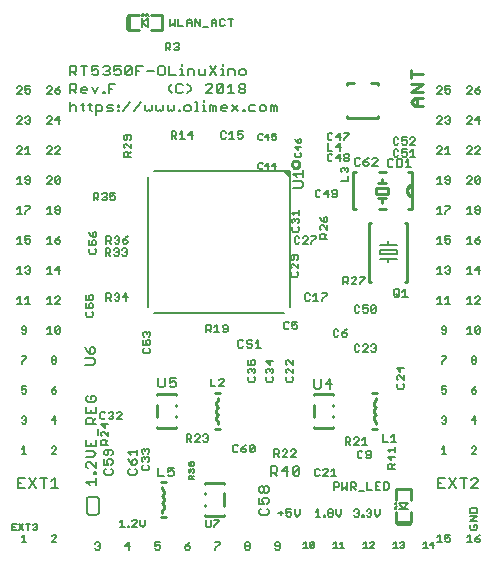
<source format=gbr>
G75*
G70*
%OFA0B0*%
%FSLAX24Y24*%
%IPPOS*%
%LPD*%
%AMOC8*
5,1,8,0,0,1.08239X$1,22.5*
%
%ADD10C,0.0080*%
%ADD11C,0.0060*%
%ADD12C,0.0050*%
%ADD13C,0.0100*%
%ADD14C,0.0070*%
%ADD15C,0.0010*%
D10*
X004469Y010278D02*
X004683Y010278D01*
X004838Y010278D02*
X005051Y010599D01*
X005206Y010599D02*
X005419Y010599D01*
X005313Y010599D02*
X005313Y010278D01*
X005574Y010278D02*
X005788Y010278D01*
X005681Y010278D02*
X005681Y010599D01*
X005574Y010492D01*
X005051Y010278D02*
X004838Y010599D01*
X004683Y010599D02*
X004469Y010599D01*
X004469Y010278D01*
X004469Y010439D02*
X004576Y010439D01*
X006742Y010485D02*
X007062Y010485D01*
X007062Y010378D02*
X007062Y010592D01*
X007062Y010747D02*
X007009Y010747D01*
X007009Y010800D01*
X007062Y010800D01*
X007062Y010747D01*
X007062Y010931D02*
X006849Y011144D01*
X006796Y011144D01*
X006742Y011091D01*
X006742Y010984D01*
X006796Y010931D01*
X006742Y011299D02*
X006956Y011299D01*
X007062Y011406D01*
X006956Y011513D01*
X006742Y011513D01*
X006742Y011667D02*
X007062Y011667D01*
X007062Y011881D01*
X007116Y012036D02*
X007116Y012249D01*
X007062Y012404D02*
X006742Y012404D01*
X006742Y012564D01*
X006796Y012618D01*
X006902Y012618D01*
X006956Y012564D01*
X006956Y012404D01*
X006956Y012511D02*
X007062Y012618D01*
X007062Y012772D02*
X007062Y012986D01*
X007009Y013141D02*
X007062Y013194D01*
X007062Y013301D01*
X007009Y013354D01*
X006902Y013354D01*
X006902Y013247D01*
X006796Y013141D02*
X007009Y013141D01*
X006796Y013141D02*
X006742Y013194D01*
X006742Y013301D01*
X006796Y013354D01*
X006742Y012986D02*
X006742Y012772D01*
X007062Y012772D01*
X006902Y012772D02*
X006902Y012879D01*
X006742Y011881D02*
X006742Y011667D01*
X006902Y011667D02*
X006902Y011774D01*
X007062Y011144D02*
X007062Y010931D01*
X006742Y010485D02*
X006849Y010378D01*
X009196Y013628D02*
X009303Y013628D01*
X009356Y013682D01*
X009356Y013949D01*
X009511Y013949D02*
X009511Y013789D01*
X009617Y013842D01*
X009671Y013842D01*
X009724Y013789D01*
X009724Y013682D01*
X009671Y013628D01*
X009564Y013628D01*
X009511Y013682D01*
X009511Y013949D02*
X009724Y013949D01*
X009142Y013949D02*
X009142Y013682D01*
X009196Y013628D01*
X007012Y014432D02*
X006959Y014378D01*
X006692Y014378D01*
X006692Y014592D02*
X006959Y014592D01*
X007012Y014539D01*
X007012Y014432D01*
X006959Y014747D02*
X007012Y014800D01*
X007012Y014907D01*
X006959Y014960D01*
X006906Y014960D01*
X006852Y014907D01*
X006852Y014747D01*
X006959Y014747D01*
X006852Y014747D02*
X006746Y014853D01*
X006692Y014960D01*
X012492Y010270D02*
X012546Y010324D01*
X012599Y010324D01*
X012652Y010270D01*
X012652Y010163D01*
X012599Y010110D01*
X012546Y010110D01*
X012492Y010163D01*
X012492Y010270D01*
X012652Y010270D02*
X012706Y010324D01*
X012759Y010324D01*
X012812Y010270D01*
X012812Y010163D01*
X012759Y010110D01*
X012706Y010110D01*
X012652Y010163D01*
X012652Y009955D02*
X012599Y009902D01*
X012599Y009849D01*
X012652Y009742D01*
X012492Y009742D01*
X012492Y009955D01*
X012652Y009955D02*
X012759Y009955D01*
X012812Y009902D01*
X012812Y009795D01*
X012759Y009742D01*
X012759Y009587D02*
X012812Y009534D01*
X012812Y009427D01*
X012759Y009374D01*
X012546Y009374D01*
X012492Y009427D01*
X012492Y009534D01*
X012546Y009587D01*
X012892Y010678D02*
X012892Y010999D01*
X013053Y010999D01*
X013106Y010945D01*
X013106Y010839D01*
X013053Y010785D01*
X012892Y010785D01*
X012999Y010785D02*
X013106Y010678D01*
X013261Y010839D02*
X013474Y010839D01*
X013421Y010999D02*
X013261Y010839D01*
X013421Y010678D02*
X013421Y010999D01*
X013629Y010945D02*
X013629Y010732D01*
X013843Y010945D01*
X013843Y010732D01*
X013789Y010678D01*
X013682Y010678D01*
X013629Y010732D01*
X013629Y010945D02*
X013682Y010999D01*
X013789Y010999D01*
X013843Y010945D01*
X014396Y013578D02*
X014503Y013578D01*
X014556Y013632D01*
X014556Y013899D01*
X014342Y013899D02*
X014342Y013632D01*
X014396Y013578D01*
X014711Y013739D02*
X014924Y013739D01*
X014871Y013899D02*
X014871Y013578D01*
X014711Y013739D02*
X014871Y013899D01*
X016802Y017794D02*
X016802Y017912D01*
X017078Y017912D01*
X017078Y018060D02*
X017078Y018217D01*
X016527Y018217D01*
X016527Y018060D01*
X017078Y018060D01*
X017078Y018365D02*
X016802Y018365D01*
X016527Y018365D01*
X016527Y017912D02*
X016802Y017912D01*
X016802Y018365D02*
X016802Y018493D01*
X013962Y020332D02*
X013962Y020439D01*
X013909Y020492D01*
X013642Y020492D01*
X013749Y020647D02*
X013642Y020753D01*
X013962Y020753D01*
X013962Y020647D02*
X013962Y020860D01*
X013962Y020332D02*
X013909Y020278D01*
X013642Y020278D01*
X013097Y022828D02*
X013097Y022989D01*
X013043Y023042D01*
X012990Y022989D01*
X012990Y022828D01*
X012883Y022828D02*
X012883Y023042D01*
X012937Y023042D01*
X012990Y022989D01*
X012728Y022989D02*
X012675Y023042D01*
X012568Y023042D01*
X012515Y022989D01*
X012515Y022882D01*
X012568Y022828D01*
X012675Y022828D01*
X012728Y022882D01*
X012728Y022989D01*
X012360Y023042D02*
X012200Y023042D01*
X012147Y022989D01*
X012147Y022882D01*
X012200Y022828D01*
X012360Y022828D01*
X012016Y022828D02*
X011962Y022828D01*
X011962Y022882D01*
X012016Y022882D01*
X012016Y022828D01*
X011808Y022828D02*
X011594Y023042D01*
X011439Y022989D02*
X011439Y022935D01*
X011226Y022935D01*
X011226Y022882D02*
X011226Y022989D01*
X011279Y023042D01*
X011386Y023042D01*
X011439Y022989D01*
X011386Y022828D02*
X011279Y022828D01*
X011226Y022882D01*
X011071Y022828D02*
X011071Y022989D01*
X011018Y023042D01*
X010964Y022989D01*
X010964Y022828D01*
X010858Y022828D02*
X010858Y023042D01*
X010911Y023042D01*
X010964Y022989D01*
X010719Y022828D02*
X010612Y022828D01*
X010665Y022828D02*
X010665Y023042D01*
X010612Y023042D01*
X010665Y023149D02*
X010665Y023202D01*
X010720Y023428D02*
X010934Y023642D01*
X010934Y023695D01*
X010880Y023749D01*
X010773Y023749D01*
X010720Y023695D01*
X010720Y023428D02*
X010934Y023428D01*
X011088Y023482D02*
X011088Y023695D01*
X011142Y023749D01*
X011249Y023749D01*
X011302Y023695D01*
X011088Y023482D01*
X011142Y023428D01*
X011249Y023428D01*
X011302Y023482D01*
X011302Y023695D01*
X011457Y023642D02*
X011563Y023749D01*
X011563Y023428D01*
X011457Y023428D02*
X011670Y023428D01*
X011825Y023482D02*
X011825Y023535D01*
X011878Y023589D01*
X011985Y023589D01*
X012039Y023535D01*
X012039Y023482D01*
X011985Y023428D01*
X011878Y023428D01*
X011825Y023482D01*
X011878Y023589D02*
X011825Y023642D01*
X011825Y023695D01*
X011878Y023749D01*
X011985Y023749D01*
X012039Y023695D01*
X012039Y023642D01*
X011985Y023589D01*
X011808Y023042D02*
X011594Y022828D01*
X010473Y022828D02*
X010366Y022828D01*
X010420Y022828D02*
X010420Y023149D01*
X010366Y023149D01*
X010212Y022989D02*
X010158Y023042D01*
X010052Y023042D01*
X009998Y022989D01*
X009998Y022882D01*
X010052Y022828D01*
X010158Y022828D01*
X010212Y022882D01*
X010212Y022989D01*
X009867Y022882D02*
X009867Y022828D01*
X009814Y022828D01*
X009814Y022882D01*
X009867Y022882D01*
X009659Y022882D02*
X009659Y023042D01*
X009659Y022882D02*
X009606Y022828D01*
X009552Y022882D01*
X009499Y022828D01*
X009446Y022882D01*
X009446Y023042D01*
X009291Y023042D02*
X009291Y022882D01*
X009238Y022828D01*
X009184Y022882D01*
X009131Y022828D01*
X009077Y022882D01*
X009077Y023042D01*
X008923Y023042D02*
X008923Y022882D01*
X008869Y022828D01*
X008816Y022882D01*
X008762Y022828D01*
X008709Y022882D01*
X008709Y023042D01*
X008554Y023149D02*
X008341Y022828D01*
X008186Y023149D02*
X007973Y022828D01*
X007842Y022828D02*
X007788Y022828D01*
X007788Y022882D01*
X007842Y022882D01*
X007842Y022828D01*
X007842Y022989D02*
X007788Y022989D01*
X007788Y023042D01*
X007842Y023042D01*
X007842Y022989D01*
X007634Y023042D02*
X007473Y023042D01*
X007420Y022989D01*
X007473Y022935D01*
X007580Y022935D01*
X007634Y022882D01*
X007580Y022828D01*
X007420Y022828D01*
X007265Y022882D02*
X007212Y022828D01*
X007052Y022828D01*
X007052Y022722D02*
X007052Y023042D01*
X007212Y023042D01*
X007265Y022989D01*
X007265Y022882D01*
X006913Y022828D02*
X006860Y022882D01*
X006860Y023095D01*
X006913Y023042D02*
X006806Y023042D01*
X006667Y023042D02*
X006561Y023042D01*
X006614Y023095D02*
X006614Y022882D01*
X006667Y022828D01*
X006406Y022828D02*
X006406Y022989D01*
X006353Y023042D01*
X006246Y023042D01*
X006192Y022989D01*
X006192Y023149D02*
X006192Y022828D01*
X006192Y023428D02*
X006192Y023749D01*
X006353Y023749D01*
X006406Y023695D01*
X006406Y023589D01*
X006353Y023535D01*
X006192Y023535D01*
X006299Y023535D02*
X006406Y023428D01*
X006561Y023482D02*
X006561Y023589D01*
X006614Y023642D01*
X006721Y023642D01*
X006774Y023589D01*
X006774Y023535D01*
X006561Y023535D01*
X006561Y023482D02*
X006614Y023428D01*
X006721Y023428D01*
X006929Y023642D02*
X007036Y023428D01*
X007143Y023642D01*
X007297Y023482D02*
X007351Y023482D01*
X007351Y023428D01*
X007297Y023428D01*
X007297Y023482D01*
X007481Y023428D02*
X007481Y023749D01*
X007695Y023749D01*
X007588Y023589D02*
X007481Y023589D01*
X007457Y024028D02*
X007351Y024028D01*
X007297Y024082D01*
X007404Y024189D02*
X007457Y024189D01*
X007511Y024135D01*
X007511Y024082D01*
X007457Y024028D01*
X007457Y024189D02*
X007511Y024242D01*
X007511Y024295D01*
X007457Y024349D01*
X007351Y024349D01*
X007297Y024295D01*
X007143Y024349D02*
X006929Y024349D01*
X006929Y024189D01*
X007036Y024242D01*
X007089Y024242D01*
X007143Y024189D01*
X007143Y024082D01*
X007089Y024028D01*
X006982Y024028D01*
X006929Y024082D01*
X006667Y024028D02*
X006667Y024349D01*
X006561Y024349D02*
X006774Y024349D01*
X006406Y024295D02*
X006406Y024189D01*
X006353Y024135D01*
X006192Y024135D01*
X006192Y024028D02*
X006192Y024349D01*
X006353Y024349D01*
X006406Y024295D01*
X006299Y024135D02*
X006406Y024028D01*
X007666Y024082D02*
X007719Y024028D01*
X007826Y024028D01*
X007879Y024082D01*
X007879Y024189D01*
X007826Y024242D01*
X007772Y024242D01*
X007666Y024189D01*
X007666Y024349D01*
X007879Y024349D01*
X008034Y024295D02*
X008034Y024082D01*
X008247Y024295D01*
X008247Y024082D01*
X008194Y024028D01*
X008087Y024028D01*
X008034Y024082D01*
X008034Y024295D02*
X008087Y024349D01*
X008194Y024349D01*
X008247Y024295D01*
X008402Y024349D02*
X008402Y024028D01*
X008402Y024189D02*
X008509Y024189D01*
X008402Y024349D02*
X008616Y024349D01*
X008771Y024189D02*
X008984Y024189D01*
X009139Y024295D02*
X009139Y024082D01*
X009192Y024028D01*
X009299Y024028D01*
X009352Y024082D01*
X009352Y024295D01*
X009299Y024349D01*
X009192Y024349D01*
X009139Y024295D01*
X009507Y024349D02*
X009507Y024028D01*
X009721Y024028D01*
X009876Y024028D02*
X009982Y024028D01*
X009929Y024028D02*
X009929Y024242D01*
X009876Y024242D01*
X009929Y024349D02*
X009929Y024402D01*
X010121Y024242D02*
X010281Y024242D01*
X010335Y024189D01*
X010335Y024028D01*
X010489Y024082D02*
X010543Y024028D01*
X010703Y024028D01*
X010703Y024242D01*
X010858Y024349D02*
X011071Y024028D01*
X011226Y024028D02*
X011333Y024028D01*
X011279Y024028D02*
X011279Y024242D01*
X011226Y024242D01*
X011279Y024349D02*
X011279Y024402D01*
X011071Y024349D02*
X010858Y024028D01*
X010489Y024082D02*
X010489Y024242D01*
X010106Y023749D02*
X010213Y023642D01*
X010213Y023535D01*
X010106Y023428D01*
X009951Y023482D02*
X009898Y023428D01*
X009791Y023428D01*
X009738Y023482D01*
X009738Y023695D01*
X009791Y023749D01*
X009898Y023749D01*
X009951Y023695D01*
X009599Y023749D02*
X009492Y023642D01*
X009492Y023535D01*
X009599Y023428D01*
X010121Y024028D02*
X010121Y024242D01*
X008802Y025638D02*
X008602Y025788D01*
X008802Y025938D01*
X008802Y025638D01*
X008602Y025638D02*
X008602Y025788D01*
X008602Y025938D01*
X011471Y024242D02*
X011632Y024242D01*
X011685Y024189D01*
X011685Y024028D01*
X011840Y024082D02*
X011893Y024028D01*
X012000Y024028D01*
X012053Y024082D01*
X012053Y024189D01*
X012000Y024242D01*
X011893Y024242D01*
X011840Y024189D01*
X011840Y024082D01*
X011471Y024028D02*
X011471Y024242D01*
X018469Y010599D02*
X018469Y010278D01*
X018683Y010278D01*
X018838Y010278D02*
X019051Y010599D01*
X019206Y010599D02*
X019419Y010599D01*
X019313Y010599D02*
X019313Y010278D01*
X019574Y010278D02*
X019788Y010492D01*
X019788Y010545D01*
X019734Y010599D01*
X019627Y010599D01*
X019574Y010545D01*
X019574Y010278D02*
X019788Y010278D01*
X019051Y010278D02*
X018838Y010599D01*
X018683Y010599D02*
X018469Y010599D01*
X018469Y010439D02*
X018576Y010439D01*
X017452Y009788D02*
X017302Y009588D01*
X017152Y009788D01*
X017452Y009788D01*
X017452Y009588D02*
X017302Y009588D01*
X017152Y009588D01*
D11*
X004743Y008468D02*
X004582Y008468D01*
X004662Y008468D02*
X004662Y008709D01*
X004582Y008629D01*
X005582Y008669D02*
X005622Y008709D01*
X005703Y008709D01*
X005743Y008669D01*
X005743Y008629D01*
X005582Y008468D01*
X005743Y008468D01*
X006752Y009488D02*
X006752Y009688D01*
X006752Y009888D01*
X006754Y009908D01*
X006760Y009926D01*
X006769Y009944D01*
X006781Y009959D01*
X006796Y009971D01*
X006814Y009980D01*
X006832Y009986D01*
X006852Y009988D01*
X007052Y009988D01*
X007072Y009986D01*
X007090Y009980D01*
X007108Y009971D01*
X007123Y009959D01*
X007135Y009944D01*
X007144Y009926D01*
X007150Y009908D01*
X007152Y009888D01*
X007152Y009688D01*
X007152Y009488D01*
X007150Y009468D01*
X007144Y009450D01*
X007135Y009432D01*
X007123Y009417D01*
X007108Y009405D01*
X007090Y009396D01*
X007072Y009390D01*
X007052Y009388D01*
X006852Y009388D01*
X006832Y009390D01*
X006814Y009396D01*
X006796Y009405D01*
X006781Y009417D01*
X006769Y009432D01*
X006760Y009450D01*
X006754Y009468D01*
X006752Y009488D01*
X007072Y008459D02*
X007032Y008419D01*
X007072Y008459D02*
X007153Y008459D01*
X007193Y008419D01*
X007193Y008379D01*
X007153Y008339D01*
X007193Y008298D01*
X007193Y008258D01*
X007153Y008218D01*
X007072Y008218D01*
X007032Y008258D01*
X007112Y008339D02*
X007153Y008339D01*
X007852Y008968D02*
X008013Y008968D01*
X007932Y008968D02*
X007932Y009209D01*
X007852Y009129D01*
X008129Y009008D02*
X008169Y009008D01*
X008169Y008968D01*
X008129Y008968D01*
X008129Y009008D01*
X008267Y008968D02*
X008427Y009129D01*
X008427Y009169D01*
X008387Y009209D01*
X008307Y009209D01*
X008267Y009169D01*
X008267Y008968D02*
X008427Y008968D01*
X008543Y009048D02*
X008543Y009209D01*
X008703Y009209D02*
X008703Y009048D01*
X008623Y008968D01*
X008543Y009048D01*
X008153Y008459D02*
X008032Y008339D01*
X008193Y008339D01*
X008153Y008459D02*
X008153Y008218D01*
X009032Y008258D02*
X009072Y008218D01*
X009153Y008218D01*
X009193Y008258D01*
X009193Y008339D01*
X009153Y008379D01*
X009112Y008379D01*
X009032Y008339D01*
X009032Y008459D01*
X009193Y008459D01*
X010032Y008339D02*
X010032Y008258D01*
X010072Y008218D01*
X010153Y008218D01*
X010193Y008258D01*
X010193Y008298D01*
X010153Y008339D01*
X010032Y008339D01*
X010112Y008419D01*
X010193Y008459D01*
X010730Y009008D02*
X010730Y009209D01*
X010890Y009209D02*
X010890Y009008D01*
X010850Y008968D01*
X010770Y008968D01*
X010730Y009008D01*
X011006Y009008D02*
X011006Y008968D01*
X011006Y009008D02*
X011166Y009169D01*
X011166Y009209D01*
X011006Y009209D01*
X011032Y008459D02*
X011193Y008459D01*
X011193Y008419D01*
X011032Y008258D01*
X011032Y008218D01*
X012032Y008258D02*
X012032Y008298D01*
X012072Y008339D01*
X012153Y008339D01*
X012193Y008298D01*
X012193Y008258D01*
X012153Y008218D01*
X012072Y008218D01*
X012032Y008258D01*
X012072Y008339D02*
X012032Y008379D01*
X012032Y008419D01*
X012072Y008459D01*
X012153Y008459D01*
X012193Y008419D01*
X012193Y008379D01*
X012153Y008339D01*
X013032Y008379D02*
X013072Y008339D01*
X013193Y008339D01*
X013193Y008419D02*
X013153Y008459D01*
X013072Y008459D01*
X013032Y008419D01*
X013032Y008379D01*
X013032Y008258D02*
X013072Y008218D01*
X013153Y008218D01*
X013193Y008258D01*
X013193Y008419D01*
X013449Y009318D02*
X013409Y009358D01*
X013449Y009318D02*
X013529Y009318D01*
X013569Y009358D01*
X013569Y009439D01*
X013529Y009479D01*
X013489Y009479D01*
X013409Y009439D01*
X013409Y009559D01*
X013569Y009559D01*
X013685Y009559D02*
X013685Y009398D01*
X013765Y009318D01*
X013845Y009398D01*
X013845Y009559D01*
X013293Y009439D02*
X013132Y009439D01*
X013212Y009519D02*
X013212Y009358D01*
X014382Y009318D02*
X014543Y009318D01*
X014462Y009318D02*
X014462Y009559D01*
X014382Y009479D01*
X014659Y009358D02*
X014699Y009358D01*
X014699Y009318D01*
X014659Y009318D01*
X014659Y009358D01*
X014797Y009358D02*
X014797Y009398D01*
X014837Y009439D01*
X014917Y009439D01*
X014957Y009398D01*
X014957Y009358D01*
X014917Y009318D01*
X014837Y009318D01*
X014797Y009358D01*
X014837Y009439D02*
X014797Y009479D01*
X014797Y009519D01*
X014837Y009559D01*
X014917Y009559D01*
X014957Y009519D01*
X014957Y009479D01*
X014917Y009439D01*
X015073Y009398D02*
X015073Y009559D01*
X015233Y009559D02*
X015233Y009398D01*
X015153Y009318D01*
X015073Y009398D01*
X015666Y009358D02*
X015706Y009318D01*
X015786Y009318D01*
X015826Y009358D01*
X015826Y009398D01*
X015786Y009439D01*
X015746Y009439D01*
X015786Y009439D02*
X015826Y009479D01*
X015826Y009519D01*
X015786Y009559D01*
X015706Y009559D01*
X015666Y009519D01*
X015942Y009358D02*
X015982Y009358D01*
X015982Y009318D01*
X015942Y009318D01*
X015942Y009358D01*
X016080Y009358D02*
X016120Y009318D01*
X016200Y009318D01*
X016240Y009358D01*
X016240Y009398D01*
X016200Y009439D01*
X016160Y009439D01*
X016200Y009439D02*
X016240Y009479D01*
X016240Y009519D01*
X016200Y009559D01*
X016120Y009559D01*
X016080Y009519D01*
X016356Y009559D02*
X016356Y009398D01*
X016436Y009318D01*
X016516Y009398D01*
X016516Y009559D01*
X016540Y010218D02*
X016380Y010218D01*
X016380Y010459D01*
X016540Y010459D01*
X016656Y010459D02*
X016776Y010459D01*
X016816Y010419D01*
X016816Y010258D01*
X016776Y010218D01*
X016656Y010218D01*
X016656Y010459D01*
X016460Y010339D02*
X016380Y010339D01*
X016264Y010218D02*
X016104Y010218D01*
X016104Y010459D01*
X015988Y010178D02*
X015827Y010178D01*
X015711Y010218D02*
X015631Y010298D01*
X015671Y010298D02*
X015551Y010298D01*
X015551Y010218D02*
X015551Y010459D01*
X015671Y010459D01*
X015711Y010419D01*
X015711Y010339D01*
X015671Y010298D01*
X015435Y010218D02*
X015435Y010459D01*
X015275Y010459D02*
X015275Y010218D01*
X015355Y010298D01*
X015435Y010218D01*
X015159Y010339D02*
X015119Y010298D01*
X014999Y010298D01*
X014999Y010218D02*
X014999Y010459D01*
X015119Y010459D01*
X015159Y010419D01*
X015159Y010339D01*
X015066Y010668D02*
X014906Y010668D01*
X014986Y010668D02*
X014986Y010909D01*
X014906Y010829D01*
X014790Y010829D02*
X014630Y010668D01*
X014790Y010668D01*
X014790Y010829D02*
X014790Y010869D01*
X014750Y010909D01*
X014670Y010909D01*
X014630Y010869D01*
X014514Y010869D02*
X014474Y010909D01*
X014394Y010909D01*
X014354Y010869D01*
X014354Y010708D01*
X014394Y010668D01*
X014474Y010668D01*
X014514Y010708D01*
X013716Y011318D02*
X013556Y011318D01*
X013716Y011479D01*
X013716Y011519D01*
X013676Y011559D01*
X013596Y011559D01*
X013556Y011519D01*
X013440Y011519D02*
X013400Y011559D01*
X013320Y011559D01*
X013280Y011519D01*
X013164Y011519D02*
X013164Y011439D01*
X013124Y011398D01*
X013004Y011398D01*
X013004Y011318D02*
X013004Y011559D01*
X013124Y011559D01*
X013164Y011519D01*
X013084Y011398D02*
X013164Y011318D01*
X013280Y011318D02*
X013440Y011479D01*
X013440Y011519D01*
X013440Y011318D02*
X013280Y011318D01*
X012345Y011508D02*
X012305Y011468D01*
X012225Y011468D01*
X012185Y011508D01*
X012345Y011669D01*
X012345Y011508D01*
X012185Y011508D02*
X012185Y011669D01*
X012225Y011709D01*
X012305Y011709D01*
X012345Y011669D01*
X012069Y011709D02*
X011989Y011669D01*
X011909Y011589D01*
X012029Y011589D01*
X012069Y011548D01*
X012069Y011508D01*
X012029Y011468D01*
X011949Y011468D01*
X011909Y011508D01*
X011909Y011589D01*
X011793Y011669D02*
X011753Y011709D01*
X011672Y011709D01*
X011632Y011669D01*
X011632Y011508D01*
X011672Y011468D01*
X011753Y011468D01*
X011793Y011508D01*
X010795Y011858D02*
X010755Y011818D01*
X010675Y011818D01*
X010635Y011858D01*
X010715Y011939D02*
X010755Y011939D01*
X010795Y011898D01*
X010795Y011858D01*
X010755Y011939D02*
X010795Y011979D01*
X010795Y012019D01*
X010755Y012059D01*
X010675Y012059D01*
X010635Y012019D01*
X010519Y012019D02*
X010479Y012059D01*
X010399Y012059D01*
X010359Y012019D01*
X010243Y012019D02*
X010243Y011939D01*
X010203Y011898D01*
X010082Y011898D01*
X010082Y011818D02*
X010082Y012059D01*
X010203Y012059D01*
X010243Y012019D01*
X010162Y011898D02*
X010243Y011818D01*
X010359Y011818D02*
X010519Y011979D01*
X010519Y012019D01*
X010519Y011818D02*
X010359Y011818D01*
X008822Y011541D02*
X008822Y011461D01*
X008782Y011421D01*
X008702Y011501D02*
X008702Y011541D01*
X008742Y011581D01*
X008782Y011581D01*
X008822Y011541D01*
X008702Y011541D02*
X008662Y011581D01*
X008622Y011581D01*
X008582Y011541D01*
X008582Y011461D01*
X008622Y011421D01*
X008622Y011305D02*
X008662Y011305D01*
X008702Y011265D01*
X008742Y011305D01*
X008782Y011305D01*
X008822Y011265D01*
X008822Y011185D01*
X008782Y011145D01*
X008702Y011225D02*
X008702Y011265D01*
X008622Y011305D02*
X008582Y011265D01*
X008582Y011185D01*
X008622Y011145D01*
X008622Y011029D02*
X008582Y010989D01*
X008582Y010908D01*
X008622Y010868D01*
X008782Y010868D01*
X008822Y010908D01*
X008822Y010989D01*
X008782Y011029D01*
X007916Y012568D02*
X007756Y012568D01*
X007916Y012729D01*
X007916Y012769D01*
X007876Y012809D01*
X007796Y012809D01*
X007756Y012769D01*
X007640Y012769D02*
X007640Y012729D01*
X007600Y012689D01*
X007640Y012648D01*
X007640Y012608D01*
X007600Y012568D01*
X007520Y012568D01*
X007480Y012608D01*
X007560Y012689D02*
X007600Y012689D01*
X007640Y012769D02*
X007600Y012809D01*
X007520Y012809D01*
X007480Y012769D01*
X007364Y012769D02*
X007324Y012809D01*
X007244Y012809D01*
X007204Y012769D01*
X007204Y012608D01*
X007244Y012568D01*
X007324Y012568D01*
X007364Y012608D01*
X007352Y012431D02*
X007352Y012271D01*
X007232Y012391D01*
X007472Y012391D01*
X007472Y012155D02*
X007472Y011995D01*
X007312Y012155D01*
X007272Y012155D01*
X007232Y012115D01*
X007232Y012035D01*
X007272Y011995D01*
X007272Y011879D02*
X007352Y011879D01*
X007392Y011839D01*
X007392Y011718D01*
X007472Y011718D02*
X007232Y011718D01*
X007232Y011839D01*
X007272Y011879D01*
X007392Y011798D02*
X007472Y011879D01*
X005743Y011619D02*
X005703Y011659D01*
X005622Y011659D01*
X005582Y011619D01*
X005743Y011619D02*
X005743Y011579D01*
X005582Y011418D01*
X005743Y011418D01*
X005703Y012418D02*
X005703Y012659D01*
X005582Y012539D01*
X005743Y012539D01*
X005703Y013418D02*
X005743Y013458D01*
X005743Y013498D01*
X005703Y013539D01*
X005582Y013539D01*
X005582Y013458D01*
X005622Y013418D01*
X005703Y013418D01*
X005582Y013539D02*
X005662Y013619D01*
X005743Y013659D01*
X005703Y014418D02*
X005622Y014418D01*
X005582Y014458D01*
X005582Y014498D01*
X005622Y014539D01*
X005703Y014539D01*
X005743Y014498D01*
X005743Y014458D01*
X005703Y014418D01*
X005703Y014539D02*
X005743Y014579D01*
X005743Y014619D01*
X005703Y014659D01*
X005622Y014659D01*
X005582Y014619D01*
X005582Y014579D01*
X005622Y014539D01*
X005593Y015418D02*
X005432Y015418D01*
X005512Y015418D02*
X005512Y015659D01*
X005432Y015579D01*
X005709Y015619D02*
X005749Y015659D01*
X005829Y015659D01*
X005869Y015619D01*
X005709Y015458D01*
X005749Y015418D01*
X005829Y015418D01*
X005869Y015458D01*
X005869Y015619D01*
X005709Y015619D02*
X005709Y015458D01*
X005709Y016418D02*
X005869Y016579D01*
X005869Y016619D01*
X005829Y016659D01*
X005749Y016659D01*
X005709Y016619D01*
X005512Y016659D02*
X005512Y016418D01*
X005432Y016418D02*
X005593Y016418D01*
X005709Y016418D02*
X005869Y016418D01*
X005512Y016659D02*
X005432Y016579D01*
X004869Y016418D02*
X004709Y016418D01*
X004789Y016418D02*
X004789Y016659D01*
X004709Y016579D01*
X004593Y016418D02*
X004432Y016418D01*
X004512Y016418D02*
X004512Y016659D01*
X004432Y016579D01*
X004432Y017418D02*
X004593Y017418D01*
X004512Y017418D02*
X004512Y017659D01*
X004432Y017579D01*
X004709Y017619D02*
X004749Y017659D01*
X004829Y017659D01*
X004869Y017619D01*
X004869Y017579D01*
X004829Y017539D01*
X004869Y017498D01*
X004869Y017458D01*
X004829Y017418D01*
X004749Y017418D01*
X004709Y017458D01*
X004789Y017539D02*
X004829Y017539D01*
X005432Y017579D02*
X005512Y017659D01*
X005512Y017418D01*
X005432Y017418D02*
X005593Y017418D01*
X005709Y017539D02*
X005869Y017539D01*
X005829Y017659D02*
X005829Y017418D01*
X005709Y017539D02*
X005829Y017659D01*
X005829Y018418D02*
X005869Y018458D01*
X005869Y018498D01*
X005829Y018539D01*
X005709Y018539D01*
X005709Y018458D01*
X005749Y018418D01*
X005829Y018418D01*
X005709Y018539D02*
X005789Y018619D01*
X005869Y018659D01*
X005593Y018418D02*
X005432Y018418D01*
X005512Y018418D02*
X005512Y018659D01*
X005432Y018579D01*
X004869Y018539D02*
X004869Y018458D01*
X004829Y018418D01*
X004749Y018418D01*
X004709Y018458D01*
X004709Y018539D02*
X004789Y018579D01*
X004829Y018579D01*
X004869Y018539D01*
X004869Y018659D02*
X004709Y018659D01*
X004709Y018539D01*
X004593Y018418D02*
X004432Y018418D01*
X004512Y018418D02*
X004512Y018659D01*
X004432Y018579D01*
X004432Y019418D02*
X004593Y019418D01*
X004512Y019418D02*
X004512Y019659D01*
X004432Y019579D01*
X004709Y019659D02*
X004869Y019659D01*
X004869Y019619D01*
X004709Y019458D01*
X004709Y019418D01*
X005432Y019418D02*
X005593Y019418D01*
X005512Y019418D02*
X005512Y019659D01*
X005432Y019579D01*
X005709Y019579D02*
X005709Y019619D01*
X005749Y019659D01*
X005829Y019659D01*
X005869Y019619D01*
X005869Y019579D01*
X005829Y019539D01*
X005749Y019539D01*
X005709Y019579D01*
X005749Y019539D02*
X005709Y019498D01*
X005709Y019458D01*
X005749Y019418D01*
X005829Y019418D01*
X005869Y019458D01*
X005869Y019498D01*
X005829Y019539D01*
X005829Y020418D02*
X005749Y020418D01*
X005709Y020458D01*
X005869Y020619D01*
X005869Y020458D01*
X005829Y020418D01*
X005709Y020458D02*
X005709Y020619D01*
X005749Y020659D01*
X005829Y020659D01*
X005869Y020619D01*
X005593Y020619D02*
X005553Y020659D01*
X005472Y020659D01*
X005432Y020619D01*
X005593Y020619D02*
X005593Y020579D01*
X005432Y020418D01*
X005593Y020418D01*
X004869Y020458D02*
X004869Y020619D01*
X004829Y020659D01*
X004749Y020659D01*
X004709Y020619D01*
X004709Y020579D01*
X004749Y020539D01*
X004869Y020539D01*
X004869Y020458D02*
X004829Y020418D01*
X004749Y020418D01*
X004709Y020458D01*
X004593Y020418D02*
X004432Y020418D01*
X004512Y020418D02*
X004512Y020659D01*
X004432Y020579D01*
X004432Y021418D02*
X004593Y021579D01*
X004593Y021619D01*
X004553Y021659D01*
X004472Y021659D01*
X004432Y021619D01*
X004432Y021418D02*
X004593Y021418D01*
X004709Y021418D02*
X004869Y021418D01*
X004789Y021418D02*
X004789Y021659D01*
X004709Y021579D01*
X005432Y021619D02*
X005472Y021659D01*
X005553Y021659D01*
X005593Y021619D01*
X005593Y021579D01*
X005432Y021418D01*
X005593Y021418D01*
X005709Y021418D02*
X005869Y021579D01*
X005869Y021619D01*
X005829Y021659D01*
X005749Y021659D01*
X005709Y021619D01*
X005709Y021418D02*
X005869Y021418D01*
X005829Y022418D02*
X005829Y022659D01*
X005709Y022539D01*
X005869Y022539D01*
X005593Y022579D02*
X005593Y022619D01*
X005553Y022659D01*
X005472Y022659D01*
X005432Y022619D01*
X005593Y022579D02*
X005432Y022418D01*
X005593Y022418D01*
X004869Y022458D02*
X004829Y022418D01*
X004749Y022418D01*
X004709Y022458D01*
X004789Y022539D02*
X004829Y022539D01*
X004869Y022498D01*
X004869Y022458D01*
X004829Y022539D02*
X004869Y022579D01*
X004869Y022619D01*
X004829Y022659D01*
X004749Y022659D01*
X004709Y022619D01*
X004593Y022619D02*
X004553Y022659D01*
X004472Y022659D01*
X004432Y022619D01*
X004593Y022619D02*
X004593Y022579D01*
X004432Y022418D01*
X004593Y022418D01*
X004593Y023418D02*
X004432Y023418D01*
X004593Y023579D01*
X004593Y023619D01*
X004553Y023659D01*
X004472Y023659D01*
X004432Y023619D01*
X004709Y023659D02*
X004709Y023539D01*
X004789Y023579D01*
X004829Y023579D01*
X004869Y023539D01*
X004869Y023458D01*
X004829Y023418D01*
X004749Y023418D01*
X004709Y023458D01*
X004709Y023659D02*
X004869Y023659D01*
X005432Y023619D02*
X005472Y023659D01*
X005553Y023659D01*
X005593Y023619D01*
X005593Y023579D01*
X005432Y023418D01*
X005593Y023418D01*
X005709Y023458D02*
X005749Y023418D01*
X005829Y023418D01*
X005869Y023458D01*
X005869Y023498D01*
X005829Y023539D01*
X005709Y023539D01*
X005709Y023458D01*
X005709Y023539D02*
X005789Y023619D01*
X005869Y023659D01*
X007982Y021991D02*
X007982Y021911D01*
X008022Y021871D01*
X008062Y021871D01*
X008102Y021911D01*
X008102Y022031D01*
X008022Y022031D02*
X007982Y021991D01*
X008022Y022031D02*
X008182Y022031D01*
X008222Y021991D01*
X008222Y021911D01*
X008182Y021871D01*
X008222Y021755D02*
X008222Y021595D01*
X008062Y021755D01*
X008022Y021755D01*
X007982Y021715D01*
X007982Y021635D01*
X008022Y021595D01*
X008022Y021479D02*
X007982Y021439D01*
X007982Y021318D01*
X008222Y021318D01*
X008142Y021318D02*
X008142Y021439D01*
X008102Y021479D01*
X008022Y021479D01*
X008142Y021398D02*
X008222Y021479D01*
X007695Y020109D02*
X007535Y020109D01*
X007535Y019989D01*
X007615Y020029D01*
X007655Y020029D01*
X007695Y019989D01*
X007695Y019908D01*
X007655Y019868D01*
X007575Y019868D01*
X007535Y019908D01*
X007419Y019908D02*
X007379Y019868D01*
X007299Y019868D01*
X007259Y019908D01*
X007339Y019989D02*
X007379Y019989D01*
X007419Y019948D01*
X007419Y019908D01*
X007379Y019989D02*
X007419Y020029D01*
X007419Y020069D01*
X007379Y020109D01*
X007299Y020109D01*
X007259Y020069D01*
X007143Y020069D02*
X007143Y019989D01*
X007103Y019948D01*
X006982Y019948D01*
X006982Y019868D02*
X006982Y020109D01*
X007103Y020109D01*
X007143Y020069D01*
X007062Y019948D02*
X007143Y019868D01*
X007032Y018802D02*
X006992Y018802D01*
X006952Y018762D01*
X006952Y018642D01*
X007032Y018642D01*
X007072Y018682D01*
X007072Y018762D01*
X007032Y018802D01*
X006872Y018722D02*
X006952Y018642D01*
X006872Y018722D02*
X006832Y018802D01*
X006832Y018526D02*
X006832Y018366D01*
X006952Y018366D01*
X006912Y018446D01*
X006912Y018486D01*
X006952Y018526D01*
X007032Y018526D01*
X007072Y018486D01*
X007072Y018406D01*
X007032Y018366D01*
X007032Y018250D02*
X007072Y018210D01*
X007072Y018130D01*
X007032Y018090D01*
X006872Y018090D01*
X006832Y018130D01*
X006832Y018210D01*
X006872Y018250D01*
X007382Y018259D02*
X007382Y018018D01*
X007382Y018098D02*
X007503Y018098D01*
X007543Y018139D01*
X007543Y018219D01*
X007503Y018259D01*
X007382Y018259D01*
X007404Y018418D02*
X007404Y018659D01*
X007524Y018659D01*
X007564Y018619D01*
X007564Y018539D01*
X007524Y018498D01*
X007404Y018498D01*
X007484Y018498D02*
X007564Y018418D01*
X007680Y018458D02*
X007720Y018418D01*
X007800Y018418D01*
X007840Y018458D01*
X007840Y018498D01*
X007800Y018539D01*
X007760Y018539D01*
X007800Y018539D02*
X007840Y018579D01*
X007840Y018619D01*
X007800Y018659D01*
X007720Y018659D01*
X007680Y018619D01*
X007956Y018539D02*
X008076Y018539D01*
X008116Y018498D01*
X008116Y018458D01*
X008076Y018418D01*
X007996Y018418D01*
X007956Y018458D01*
X007956Y018539D01*
X008036Y018619D01*
X008116Y018659D01*
X008055Y018259D02*
X007975Y018259D01*
X007935Y018219D01*
X008015Y018139D02*
X008055Y018139D01*
X008095Y018098D01*
X008095Y018058D01*
X008055Y018018D01*
X007975Y018018D01*
X007935Y018058D01*
X007819Y018058D02*
X007779Y018018D01*
X007699Y018018D01*
X007659Y018058D01*
X007739Y018139D02*
X007779Y018139D01*
X007819Y018098D01*
X007819Y018058D01*
X007779Y018139D02*
X007819Y018179D01*
X007819Y018219D01*
X007779Y018259D01*
X007699Y018259D01*
X007659Y018219D01*
X007462Y018098D02*
X007543Y018018D01*
X008055Y018139D02*
X008095Y018179D01*
X008095Y018219D01*
X008055Y018259D01*
X008076Y016759D02*
X007956Y016639D01*
X008116Y016639D01*
X008076Y016759D02*
X008076Y016518D01*
X007840Y016558D02*
X007840Y016598D01*
X007800Y016639D01*
X007760Y016639D01*
X007800Y016639D02*
X007840Y016679D01*
X007840Y016719D01*
X007800Y016759D01*
X007720Y016759D01*
X007680Y016719D01*
X007564Y016719D02*
X007564Y016639D01*
X007524Y016598D01*
X007404Y016598D01*
X007404Y016518D02*
X007404Y016759D01*
X007524Y016759D01*
X007564Y016719D01*
X007484Y016598D02*
X007564Y016518D01*
X007680Y016558D02*
X007720Y016518D01*
X007800Y016518D01*
X007840Y016558D01*
X008672Y015481D02*
X008712Y015481D01*
X008752Y015441D01*
X008792Y015481D01*
X008832Y015481D01*
X008872Y015441D01*
X008872Y015361D01*
X008832Y015321D01*
X008752Y015401D02*
X008752Y015441D01*
X008672Y015481D02*
X008632Y015441D01*
X008632Y015361D01*
X008672Y015321D01*
X008632Y015205D02*
X008632Y015045D01*
X008752Y015045D01*
X008712Y015125D01*
X008712Y015165D01*
X008752Y015205D01*
X008832Y015205D01*
X008872Y015165D01*
X008872Y015085D01*
X008832Y015045D01*
X008832Y014929D02*
X008872Y014889D01*
X008872Y014808D01*
X008832Y014768D01*
X008672Y014768D01*
X008632Y014808D01*
X008632Y014889D01*
X008672Y014929D01*
X006972Y016030D02*
X006972Y016110D01*
X006932Y016150D01*
X006932Y016266D02*
X006972Y016306D01*
X006972Y016386D01*
X006932Y016426D01*
X006852Y016426D01*
X006812Y016386D01*
X006812Y016346D01*
X006852Y016266D01*
X006732Y016266D01*
X006732Y016426D01*
X006732Y016542D02*
X006852Y016542D01*
X006812Y016622D01*
X006812Y016662D01*
X006852Y016702D01*
X006932Y016702D01*
X006972Y016662D01*
X006972Y016582D01*
X006932Y016542D01*
X006732Y016542D02*
X006732Y016702D01*
X006772Y016150D02*
X006732Y016110D01*
X006732Y016030D01*
X006772Y015990D01*
X006932Y015990D01*
X006972Y016030D01*
X004743Y015619D02*
X004703Y015659D01*
X004622Y015659D01*
X004582Y015619D01*
X004582Y015579D01*
X004622Y015539D01*
X004743Y015539D01*
X004743Y015619D02*
X004743Y015458D01*
X004703Y015418D01*
X004622Y015418D01*
X004582Y015458D01*
X004582Y014659D02*
X004743Y014659D01*
X004743Y014619D01*
X004582Y014458D01*
X004582Y014418D01*
X004582Y013659D02*
X004582Y013539D01*
X004662Y013579D01*
X004703Y013579D01*
X004743Y013539D01*
X004743Y013458D01*
X004703Y013418D01*
X004622Y013418D01*
X004582Y013458D01*
X004582Y013659D02*
X004743Y013659D01*
X004703Y012659D02*
X004743Y012619D01*
X004743Y012579D01*
X004703Y012539D01*
X004743Y012498D01*
X004743Y012458D01*
X004703Y012418D01*
X004622Y012418D01*
X004582Y012458D01*
X004662Y012539D02*
X004703Y012539D01*
X004703Y012659D02*
X004622Y012659D01*
X004582Y012619D01*
X004662Y011659D02*
X004582Y011579D01*
X004662Y011659D02*
X004662Y011418D01*
X004582Y011418D02*
X004743Y011418D01*
X010882Y013668D02*
X011043Y013668D01*
X011159Y013668D02*
X011319Y013829D01*
X011319Y013869D01*
X011279Y013909D01*
X011199Y013909D01*
X011159Y013869D01*
X011159Y013668D02*
X011319Y013668D01*
X010882Y013668D02*
X010882Y013909D01*
X011842Y014948D02*
X011929Y014948D01*
X011972Y014992D01*
X012093Y014992D02*
X012136Y014948D01*
X012223Y014948D01*
X012267Y014992D01*
X012267Y015035D01*
X012223Y015079D01*
X012136Y015079D01*
X012093Y015122D01*
X012093Y015165D01*
X012136Y015209D01*
X012223Y015209D01*
X012267Y015165D01*
X012388Y015122D02*
X012475Y015209D01*
X012475Y014948D01*
X012561Y014948D02*
X012388Y014948D01*
X012332Y014531D02*
X012372Y014491D01*
X012372Y014411D01*
X012332Y014371D01*
X012252Y014371D02*
X012212Y014451D01*
X012212Y014491D01*
X012252Y014531D01*
X012332Y014531D01*
X012252Y014371D02*
X012132Y014371D01*
X012132Y014531D01*
X012172Y014255D02*
X012132Y014215D01*
X012132Y014135D01*
X012172Y014095D01*
X012252Y014175D02*
X012252Y014215D01*
X012292Y014255D01*
X012332Y014255D01*
X012372Y014215D01*
X012372Y014135D01*
X012332Y014095D01*
X012332Y013979D02*
X012372Y013939D01*
X012372Y013858D01*
X012332Y013818D01*
X012172Y013818D01*
X012132Y013858D01*
X012132Y013939D01*
X012172Y013979D01*
X012252Y014215D02*
X012212Y014255D01*
X012172Y014255D01*
X012732Y014215D02*
X012772Y014255D01*
X012812Y014255D01*
X012852Y014215D01*
X012892Y014255D01*
X012932Y014255D01*
X012972Y014215D01*
X012972Y014135D01*
X012932Y014095D01*
X012852Y014175D02*
X012852Y014215D01*
X012732Y014215D02*
X012732Y014135D01*
X012772Y014095D01*
X012772Y013979D02*
X012732Y013939D01*
X012732Y013858D01*
X012772Y013818D01*
X012932Y013818D01*
X012972Y013858D01*
X012972Y013939D01*
X012932Y013979D01*
X012852Y014371D02*
X012852Y014531D01*
X012732Y014491D02*
X012852Y014371D01*
X012972Y014491D02*
X012732Y014491D01*
X013382Y014491D02*
X013382Y014411D01*
X013422Y014371D01*
X013422Y014255D02*
X013382Y014215D01*
X013382Y014135D01*
X013422Y014095D01*
X013422Y013979D02*
X013382Y013939D01*
X013382Y013858D01*
X013422Y013818D01*
X013582Y013818D01*
X013622Y013858D01*
X013622Y013939D01*
X013582Y013979D01*
X013622Y014095D02*
X013462Y014255D01*
X013422Y014255D01*
X013622Y014255D02*
X013622Y014095D01*
X013622Y014371D02*
X013462Y014531D01*
X013422Y014531D01*
X013382Y014491D01*
X013622Y014531D02*
X013622Y014371D01*
X013649Y015568D02*
X013609Y015608D01*
X013649Y015568D02*
X013729Y015568D01*
X013769Y015608D01*
X013769Y015689D01*
X013729Y015729D01*
X013689Y015729D01*
X013609Y015689D01*
X013609Y015809D01*
X013769Y015809D01*
X013493Y015769D02*
X013453Y015809D01*
X013372Y015809D01*
X013332Y015769D01*
X013332Y015608D01*
X013372Y015568D01*
X013453Y015568D01*
X013493Y015608D01*
X014072Y016518D02*
X014153Y016518D01*
X014193Y016558D01*
X014309Y016518D02*
X014469Y016518D01*
X014389Y016518D02*
X014389Y016759D01*
X014309Y016679D01*
X014193Y016719D02*
X014153Y016759D01*
X014072Y016759D01*
X014032Y016719D01*
X014032Y016558D01*
X014072Y016518D01*
X014585Y016518D02*
X014585Y016558D01*
X014745Y016719D01*
X014745Y016759D01*
X014585Y016759D01*
X015304Y017068D02*
X015304Y017309D01*
X015424Y017309D01*
X015464Y017269D01*
X015464Y017189D01*
X015424Y017148D01*
X015304Y017148D01*
X015384Y017148D02*
X015464Y017068D01*
X015580Y017068D02*
X015740Y017229D01*
X015740Y017269D01*
X015700Y017309D01*
X015620Y017309D01*
X015580Y017269D01*
X015580Y017068D02*
X015740Y017068D01*
X015856Y017068D02*
X015856Y017108D01*
X016016Y017269D01*
X016016Y017309D01*
X015856Y017309D01*
X015803Y016359D02*
X015722Y016359D01*
X015682Y016319D01*
X015682Y016158D01*
X015722Y016118D01*
X015803Y016118D01*
X015843Y016158D01*
X015959Y016158D02*
X015999Y016118D01*
X016079Y016118D01*
X016119Y016158D01*
X016119Y016239D01*
X016079Y016279D01*
X016039Y016279D01*
X015959Y016239D01*
X015959Y016359D01*
X016119Y016359D01*
X016235Y016319D02*
X016275Y016359D01*
X016355Y016359D01*
X016395Y016319D01*
X016235Y016158D01*
X016275Y016118D01*
X016355Y016118D01*
X016395Y016158D01*
X016395Y016319D01*
X016235Y016319D02*
X016235Y016158D01*
X015843Y016319D02*
X015803Y016359D01*
X015419Y015559D02*
X015339Y015519D01*
X015259Y015439D01*
X015379Y015439D01*
X015419Y015398D01*
X015419Y015358D01*
X015379Y015318D01*
X015299Y015318D01*
X015259Y015358D01*
X015259Y015439D01*
X015143Y015519D02*
X015103Y015559D01*
X015022Y015559D01*
X014982Y015519D01*
X014982Y015358D01*
X015022Y015318D01*
X015103Y015318D01*
X015143Y015358D01*
X015682Y015019D02*
X015682Y014858D01*
X015722Y014818D01*
X015803Y014818D01*
X015843Y014858D01*
X015959Y014818D02*
X016119Y014979D01*
X016119Y015019D01*
X016079Y015059D01*
X015999Y015059D01*
X015959Y015019D01*
X015843Y015019D02*
X015803Y015059D01*
X015722Y015059D01*
X015682Y015019D01*
X015959Y014818D02*
X016119Y014818D01*
X016235Y014858D02*
X016275Y014818D01*
X016355Y014818D01*
X016395Y014858D01*
X016395Y014898D01*
X016355Y014939D01*
X016315Y014939D01*
X016355Y014939D02*
X016395Y014979D01*
X016395Y015019D01*
X016355Y015059D01*
X016275Y015059D01*
X016235Y015019D01*
X017082Y014262D02*
X017202Y014142D01*
X017202Y014302D01*
X017322Y014262D02*
X017082Y014262D01*
X017122Y014026D02*
X017082Y013986D01*
X017082Y013906D01*
X017122Y013866D01*
X017122Y013750D02*
X017082Y013710D01*
X017082Y013630D01*
X017122Y013590D01*
X017282Y013590D01*
X017322Y013630D01*
X017322Y013710D01*
X017282Y013750D01*
X017322Y013866D02*
X017162Y014026D01*
X017122Y014026D01*
X017322Y014026D02*
X017322Y013866D01*
X018582Y013659D02*
X018582Y013539D01*
X018662Y013579D01*
X018703Y013579D01*
X018743Y013539D01*
X018743Y013458D01*
X018703Y013418D01*
X018622Y013418D01*
X018582Y013458D01*
X018582Y013659D02*
X018743Y013659D01*
X018582Y014418D02*
X018582Y014458D01*
X018743Y014619D01*
X018743Y014659D01*
X018582Y014659D01*
X018622Y015418D02*
X018703Y015418D01*
X018743Y015458D01*
X018743Y015619D01*
X018703Y015659D01*
X018622Y015659D01*
X018582Y015619D01*
X018582Y015579D01*
X018622Y015539D01*
X018743Y015539D01*
X018622Y015418D02*
X018582Y015458D01*
X019432Y015418D02*
X019593Y015418D01*
X019512Y015418D02*
X019512Y015659D01*
X019432Y015579D01*
X019709Y015619D02*
X019749Y015659D01*
X019829Y015659D01*
X019869Y015619D01*
X019709Y015458D01*
X019749Y015418D01*
X019829Y015418D01*
X019869Y015458D01*
X019869Y015619D01*
X019709Y015619D02*
X019709Y015458D01*
X019703Y014659D02*
X019622Y014659D01*
X019582Y014619D01*
X019582Y014579D01*
X019622Y014539D01*
X019703Y014539D01*
X019743Y014498D01*
X019743Y014458D01*
X019703Y014418D01*
X019622Y014418D01*
X019582Y014458D01*
X019582Y014498D01*
X019622Y014539D01*
X019703Y014539D02*
X019743Y014579D01*
X019743Y014619D01*
X019703Y014659D01*
X019743Y013659D02*
X019662Y013619D01*
X019582Y013539D01*
X019703Y013539D01*
X019743Y013498D01*
X019743Y013458D01*
X019703Y013418D01*
X019622Y013418D01*
X019582Y013458D01*
X019582Y013539D01*
X019703Y012659D02*
X019582Y012539D01*
X019743Y012539D01*
X019703Y012659D02*
X019703Y012418D01*
X019703Y011659D02*
X019622Y011659D01*
X019582Y011619D01*
X019703Y011659D02*
X019743Y011619D01*
X019743Y011579D01*
X019582Y011418D01*
X019743Y011418D01*
X018743Y011418D02*
X018582Y011418D01*
X018662Y011418D02*
X018662Y011659D01*
X018582Y011579D01*
X018622Y012418D02*
X018582Y012458D01*
X018622Y012418D02*
X018703Y012418D01*
X018743Y012458D01*
X018743Y012498D01*
X018703Y012539D01*
X018662Y012539D01*
X018703Y012539D02*
X018743Y012579D01*
X018743Y012619D01*
X018703Y012659D01*
X018622Y012659D01*
X018582Y012619D01*
X017066Y011818D02*
X016906Y011818D01*
X016986Y011818D02*
X016986Y012059D01*
X016906Y011979D01*
X016790Y011818D02*
X016630Y011818D01*
X016630Y012059D01*
X016782Y011551D02*
X017022Y011551D01*
X017022Y011471D02*
X017022Y011631D01*
X016862Y011471D02*
X016782Y011551D01*
X016902Y011355D02*
X016902Y011195D01*
X016782Y011315D01*
X017022Y011315D01*
X017022Y011079D02*
X016942Y010998D01*
X016942Y011039D02*
X016942Y010918D01*
X017022Y010918D02*
X016782Y010918D01*
X016782Y011039D01*
X016822Y011079D01*
X016902Y011079D01*
X016942Y011039D01*
X016219Y011308D02*
X016219Y011469D01*
X016179Y011509D01*
X016099Y011509D01*
X016059Y011469D01*
X016059Y011429D01*
X016099Y011389D01*
X016219Y011389D01*
X016219Y011308D02*
X016179Y011268D01*
X016099Y011268D01*
X016059Y011308D01*
X015943Y011308D02*
X015903Y011268D01*
X015822Y011268D01*
X015782Y011308D01*
X015782Y011469D01*
X015822Y011509D01*
X015903Y011509D01*
X015943Y011469D01*
X015935Y011718D02*
X016095Y011718D01*
X016015Y011718D02*
X016015Y011959D01*
X015935Y011879D01*
X015819Y011879D02*
X015819Y011919D01*
X015779Y011959D01*
X015699Y011959D01*
X015659Y011919D01*
X015543Y011919D02*
X015543Y011839D01*
X015503Y011798D01*
X015382Y011798D01*
X015382Y011718D02*
X015382Y011959D01*
X015503Y011959D01*
X015543Y011919D01*
X015462Y011798D02*
X015543Y011718D01*
X015659Y011718D02*
X015819Y011879D01*
X015819Y011718D02*
X015659Y011718D01*
X018512Y008709D02*
X018432Y008629D01*
X018512Y008709D02*
X018512Y008468D01*
X018432Y008468D02*
X018593Y008468D01*
X018709Y008508D02*
X018749Y008468D01*
X018829Y008468D01*
X018869Y008508D01*
X018869Y008589D01*
X018829Y008629D01*
X018789Y008629D01*
X018709Y008589D01*
X018709Y008709D01*
X018869Y008709D01*
X019432Y008629D02*
X019512Y008709D01*
X019512Y008468D01*
X019432Y008468D02*
X019593Y008468D01*
X019709Y008508D02*
X019749Y008468D01*
X019829Y008468D01*
X019869Y008508D01*
X019869Y008548D01*
X019829Y008589D01*
X019709Y008589D01*
X019709Y008508D01*
X019709Y008589D02*
X019789Y008669D01*
X019869Y008709D01*
X019732Y008890D02*
X019772Y008930D01*
X019772Y009010D01*
X019732Y009050D01*
X019652Y009050D01*
X019652Y008970D01*
X019572Y009050D02*
X019532Y009010D01*
X019532Y008930D01*
X019572Y008890D01*
X019732Y008890D01*
X019772Y009166D02*
X019532Y009166D01*
X019772Y009326D01*
X019532Y009326D01*
X019532Y009442D02*
X019532Y009562D01*
X019572Y009602D01*
X019732Y009602D01*
X019772Y009562D01*
X019772Y009442D01*
X019532Y009442D01*
X019512Y016418D02*
X019512Y016659D01*
X019432Y016579D01*
X019432Y016418D02*
X019593Y016418D01*
X019709Y016418D02*
X019869Y016579D01*
X019869Y016619D01*
X019829Y016659D01*
X019749Y016659D01*
X019709Y016619D01*
X019709Y016418D02*
X019869Y016418D01*
X019829Y017418D02*
X019829Y017659D01*
X019709Y017539D01*
X019869Y017539D01*
X019593Y017418D02*
X019432Y017418D01*
X019512Y017418D02*
X019512Y017659D01*
X019432Y017579D01*
X018869Y017579D02*
X018829Y017539D01*
X018869Y017498D01*
X018869Y017458D01*
X018829Y017418D01*
X018749Y017418D01*
X018709Y017458D01*
X018789Y017539D02*
X018829Y017539D01*
X018869Y017579D02*
X018869Y017619D01*
X018829Y017659D01*
X018749Y017659D01*
X018709Y017619D01*
X018512Y017659D02*
X018512Y017418D01*
X018432Y017418D02*
X018593Y017418D01*
X018432Y017579D02*
X018512Y017659D01*
X018512Y018418D02*
X018512Y018659D01*
X018432Y018579D01*
X018432Y018418D02*
X018593Y018418D01*
X018709Y018458D02*
X018749Y018418D01*
X018829Y018418D01*
X018869Y018458D01*
X018869Y018539D01*
X018829Y018579D01*
X018789Y018579D01*
X018709Y018539D01*
X018709Y018659D01*
X018869Y018659D01*
X019432Y018579D02*
X019512Y018659D01*
X019512Y018418D01*
X019432Y018418D02*
X019593Y018418D01*
X019709Y018458D02*
X019749Y018418D01*
X019829Y018418D01*
X019869Y018458D01*
X019869Y018498D01*
X019829Y018539D01*
X019709Y018539D01*
X019709Y018458D01*
X019709Y018539D02*
X019789Y018619D01*
X019869Y018659D01*
X019829Y019418D02*
X019749Y019418D01*
X019709Y019458D01*
X019709Y019498D01*
X019749Y019539D01*
X019829Y019539D01*
X019869Y019498D01*
X019869Y019458D01*
X019829Y019418D01*
X019829Y019539D02*
X019869Y019579D01*
X019869Y019619D01*
X019829Y019659D01*
X019749Y019659D01*
X019709Y019619D01*
X019709Y019579D01*
X019749Y019539D01*
X019593Y019418D02*
X019432Y019418D01*
X019512Y019418D02*
X019512Y019659D01*
X019432Y019579D01*
X018869Y019619D02*
X018709Y019458D01*
X018709Y019418D01*
X018593Y019418D02*
X018432Y019418D01*
X018512Y019418D02*
X018512Y019659D01*
X018432Y019579D01*
X018709Y019659D02*
X018869Y019659D01*
X018869Y019619D01*
X018829Y020418D02*
X018869Y020458D01*
X018869Y020619D01*
X018829Y020659D01*
X018749Y020659D01*
X018709Y020619D01*
X018709Y020579D01*
X018749Y020539D01*
X018869Y020539D01*
X018829Y020418D02*
X018749Y020418D01*
X018709Y020458D01*
X018593Y020418D02*
X018432Y020418D01*
X018512Y020418D02*
X018512Y020659D01*
X018432Y020579D01*
X018432Y021418D02*
X018593Y021579D01*
X018593Y021619D01*
X018553Y021659D01*
X018472Y021659D01*
X018432Y021619D01*
X018432Y021418D02*
X018593Y021418D01*
X018709Y021418D02*
X018869Y021418D01*
X018789Y021418D02*
X018789Y021659D01*
X018709Y021579D01*
X019432Y021619D02*
X019472Y021659D01*
X019553Y021659D01*
X019593Y021619D01*
X019593Y021579D01*
X019432Y021418D01*
X019593Y021418D01*
X019709Y021418D02*
X019869Y021579D01*
X019869Y021619D01*
X019829Y021659D01*
X019749Y021659D01*
X019709Y021619D01*
X019709Y021418D02*
X019869Y021418D01*
X019829Y020659D02*
X019869Y020619D01*
X019709Y020458D01*
X019749Y020418D01*
X019829Y020418D01*
X019869Y020458D01*
X019869Y020619D01*
X019829Y020659D02*
X019749Y020659D01*
X019709Y020619D01*
X019709Y020458D01*
X019593Y020418D02*
X019432Y020418D01*
X019593Y020579D01*
X019593Y020619D01*
X019553Y020659D01*
X019472Y020659D01*
X019432Y020619D01*
X019432Y022418D02*
X019593Y022579D01*
X019593Y022619D01*
X019553Y022659D01*
X019472Y022659D01*
X019432Y022619D01*
X019432Y022418D02*
X019593Y022418D01*
X019709Y022539D02*
X019869Y022539D01*
X019829Y022659D02*
X019709Y022539D01*
X019829Y022659D02*
X019829Y022418D01*
X019829Y023418D02*
X019869Y023458D01*
X019869Y023498D01*
X019829Y023539D01*
X019709Y023539D01*
X019709Y023458D01*
X019749Y023418D01*
X019829Y023418D01*
X019709Y023539D02*
X019789Y023619D01*
X019869Y023659D01*
X019593Y023619D02*
X019553Y023659D01*
X019472Y023659D01*
X019432Y023619D01*
X019593Y023619D02*
X019593Y023579D01*
X019432Y023418D01*
X019593Y023418D01*
X018869Y023458D02*
X018829Y023418D01*
X018749Y023418D01*
X018709Y023458D01*
X018709Y023539D02*
X018789Y023579D01*
X018829Y023579D01*
X018869Y023539D01*
X018869Y023458D01*
X018709Y023539D02*
X018709Y023659D01*
X018869Y023659D01*
X018593Y023619D02*
X018553Y023659D01*
X018472Y023659D01*
X018432Y023619D01*
X018593Y023619D02*
X018593Y023579D01*
X018432Y023418D01*
X018593Y023418D01*
X018553Y022659D02*
X018472Y022659D01*
X018432Y022619D01*
X018553Y022659D02*
X018593Y022619D01*
X018593Y022579D01*
X018432Y022418D01*
X018593Y022418D01*
X018709Y022458D02*
X018749Y022418D01*
X018829Y022418D01*
X018869Y022458D01*
X018869Y022498D01*
X018829Y022539D01*
X018789Y022539D01*
X018829Y022539D02*
X018869Y022579D01*
X018869Y022619D01*
X018829Y022659D01*
X018749Y022659D01*
X018709Y022619D01*
X017695Y021919D02*
X017655Y021959D01*
X017575Y021959D01*
X017535Y021919D01*
X017419Y021959D02*
X017259Y021959D01*
X017259Y021839D01*
X017339Y021879D01*
X017379Y021879D01*
X017419Y021839D01*
X017419Y021758D01*
X017379Y021718D01*
X017299Y021718D01*
X017259Y021758D01*
X017143Y021758D02*
X017103Y021718D01*
X017022Y021718D01*
X016982Y021758D01*
X016982Y021919D01*
X017022Y021959D01*
X017103Y021959D01*
X017143Y021919D01*
X017103Y021559D02*
X017022Y021559D01*
X016982Y021519D01*
X016982Y021358D01*
X017022Y021318D01*
X017103Y021318D01*
X017143Y021358D01*
X017259Y021358D02*
X017299Y021318D01*
X017379Y021318D01*
X017419Y021358D01*
X017419Y021439D01*
X017379Y021479D01*
X017339Y021479D01*
X017259Y021439D01*
X017259Y021559D01*
X017419Y021559D01*
X017535Y021479D02*
X017615Y021559D01*
X017615Y021318D01*
X017535Y021318D02*
X017695Y021318D01*
X017475Y021239D02*
X017475Y020978D01*
X017561Y020978D02*
X017388Y020978D01*
X017267Y021022D02*
X017267Y021195D01*
X017223Y021239D01*
X017093Y021239D01*
X017093Y020978D01*
X017223Y020978D01*
X017267Y021022D01*
X017388Y021152D02*
X017475Y021239D01*
X017143Y021519D02*
X017103Y021559D01*
X016929Y021239D02*
X016842Y021239D01*
X016799Y021195D01*
X016799Y021022D01*
X016842Y020978D01*
X016929Y020978D01*
X016972Y021022D01*
X016972Y021195D02*
X016929Y021239D01*
X016445Y021235D02*
X016402Y021279D01*
X016315Y021279D01*
X016272Y021235D01*
X016151Y021279D02*
X016064Y021235D01*
X015977Y021149D01*
X016107Y021149D01*
X016151Y021105D01*
X016151Y021062D01*
X016107Y021018D01*
X016020Y021018D01*
X015977Y021062D01*
X015977Y021149D01*
X015856Y021235D02*
X015813Y021279D01*
X015726Y021279D01*
X015682Y021235D01*
X015682Y021062D01*
X015726Y021018D01*
X015813Y021018D01*
X015856Y021062D01*
X016272Y021018D02*
X016445Y021192D01*
X016445Y021235D01*
X016445Y021018D02*
X016272Y021018D01*
X015495Y021208D02*
X015455Y021168D01*
X015375Y021168D01*
X015335Y021208D01*
X015335Y021248D01*
X015375Y021289D01*
X015455Y021289D01*
X015495Y021248D01*
X015495Y021208D01*
X015455Y021289D02*
X015495Y021329D01*
X015495Y021369D01*
X015455Y021409D01*
X015375Y021409D01*
X015335Y021369D01*
X015335Y021329D01*
X015375Y021289D01*
X015219Y021289D02*
X015059Y021289D01*
X015179Y021409D01*
X015179Y021168D01*
X015272Y020952D02*
X015312Y020952D01*
X015352Y020912D01*
X015392Y020952D01*
X015432Y020952D01*
X015472Y020912D01*
X015472Y020832D01*
X015432Y020792D01*
X015352Y020872D02*
X015352Y020912D01*
X015272Y020952D02*
X015232Y020912D01*
X015232Y020832D01*
X015272Y020792D01*
X015472Y020676D02*
X015472Y020516D01*
X015232Y020516D01*
X015055Y020209D02*
X014975Y020209D01*
X014935Y020169D01*
X014935Y020129D01*
X014975Y020089D01*
X015095Y020089D01*
X015095Y020169D02*
X015055Y020209D01*
X015095Y020169D02*
X015095Y020008D01*
X015055Y019968D01*
X014975Y019968D01*
X014935Y020008D01*
X014819Y020089D02*
X014659Y020089D01*
X014779Y020209D01*
X014779Y019968D01*
X014543Y020008D02*
X014503Y019968D01*
X014422Y019968D01*
X014382Y020008D01*
X014382Y020169D01*
X014422Y020209D01*
X014503Y020209D01*
X014543Y020169D01*
X014532Y019302D02*
X014572Y019222D01*
X014652Y019142D01*
X014652Y019262D01*
X014692Y019302D01*
X014732Y019302D01*
X014772Y019262D01*
X014772Y019182D01*
X014732Y019142D01*
X014652Y019142D01*
X014612Y019026D02*
X014572Y019026D01*
X014532Y018986D01*
X014532Y018906D01*
X014572Y018866D01*
X014572Y018750D02*
X014652Y018750D01*
X014692Y018710D01*
X014692Y018590D01*
X014692Y018670D02*
X014772Y018750D01*
X014772Y018866D02*
X014612Y019026D01*
X014772Y019026D02*
X014772Y018866D01*
X014572Y018750D02*
X014532Y018710D01*
X014532Y018590D01*
X014772Y018590D01*
X014395Y018619D02*
X014235Y018458D01*
X014235Y018418D01*
X014119Y018418D02*
X013959Y018418D01*
X014119Y018579D01*
X014119Y018619D01*
X014079Y018659D01*
X013999Y018659D01*
X013959Y018619D01*
X013843Y018619D02*
X013803Y018659D01*
X013722Y018659D01*
X013682Y018619D01*
X013682Y018458D01*
X013722Y018418D01*
X013803Y018418D01*
X013843Y018458D01*
X013782Y018818D02*
X013822Y018858D01*
X013822Y018939D01*
X013782Y018979D01*
X013782Y019095D02*
X013822Y019135D01*
X013822Y019215D01*
X013782Y019255D01*
X013742Y019255D01*
X013702Y019215D01*
X013702Y019175D01*
X013702Y019215D02*
X013662Y019255D01*
X013622Y019255D01*
X013582Y019215D01*
X013582Y019135D01*
X013622Y019095D01*
X013622Y018979D02*
X013582Y018939D01*
X013582Y018858D01*
X013622Y018818D01*
X013782Y018818D01*
X014235Y018659D02*
X014395Y018659D01*
X014395Y018619D01*
X013797Y017991D02*
X013757Y018031D01*
X013597Y018031D01*
X013557Y017991D01*
X013557Y017911D01*
X013597Y017871D01*
X013637Y017871D01*
X013677Y017911D01*
X013677Y018031D01*
X013797Y017991D02*
X013797Y017911D01*
X013757Y017871D01*
X013797Y017755D02*
X013797Y017595D01*
X013637Y017755D01*
X013597Y017755D01*
X013557Y017715D01*
X013557Y017635D01*
X013597Y017595D01*
X013597Y017479D02*
X013557Y017439D01*
X013557Y017358D01*
X013597Y017318D01*
X013757Y017318D01*
X013797Y017358D01*
X013797Y017439D01*
X013757Y017479D01*
X013822Y019371D02*
X013822Y019531D01*
X013822Y019451D02*
X013582Y019451D01*
X013662Y019371D01*
X014822Y021168D02*
X014903Y021168D01*
X014943Y021208D01*
X014822Y021168D02*
X014782Y021208D01*
X014782Y021369D01*
X014822Y021409D01*
X014903Y021409D01*
X014943Y021369D01*
X014943Y021518D02*
X014782Y021518D01*
X014782Y021759D01*
X014822Y021868D02*
X014903Y021868D01*
X014943Y021908D01*
X014822Y021868D02*
X014782Y021908D01*
X014782Y022069D01*
X014822Y022109D01*
X014903Y022109D01*
X014943Y022069D01*
X015059Y021989D02*
X015219Y021989D01*
X015179Y022109D02*
X015179Y021868D01*
X015179Y021759D02*
X015059Y021639D01*
X015219Y021639D01*
X015179Y021759D02*
X015179Y021518D01*
X015335Y021868D02*
X015335Y021908D01*
X015495Y022069D01*
X015495Y022109D01*
X015335Y022109D01*
X015179Y022109D02*
X015059Y021989D01*
X017535Y021718D02*
X017695Y021879D01*
X017695Y021919D01*
X017695Y021718D02*
X017535Y021718D01*
X017364Y016909D02*
X017364Y016648D01*
X017277Y016648D02*
X017451Y016648D01*
X017277Y016822D02*
X017364Y016909D01*
X017156Y016865D02*
X017156Y016692D01*
X017113Y016648D01*
X017026Y016648D01*
X016982Y016692D01*
X016982Y016865D01*
X017026Y016909D01*
X017113Y016909D01*
X017156Y016865D01*
X017069Y016735D02*
X017156Y016648D01*
X018432Y016579D02*
X018512Y016659D01*
X018512Y016418D01*
X018432Y016418D02*
X018593Y016418D01*
X018709Y016418D02*
X018869Y016418D01*
X018789Y016418D02*
X018789Y016659D01*
X018709Y016579D01*
X011972Y015165D02*
X011929Y015209D01*
X011842Y015209D01*
X011799Y015165D01*
X011799Y014992D01*
X011842Y014948D01*
X011405Y015468D02*
X011445Y015508D01*
X011445Y015669D01*
X011405Y015709D01*
X011325Y015709D01*
X011285Y015669D01*
X011285Y015629D01*
X011325Y015589D01*
X011445Y015589D01*
X011405Y015468D02*
X011325Y015468D01*
X011285Y015508D01*
X011169Y015468D02*
X011009Y015468D01*
X011089Y015468D02*
X011089Y015709D01*
X011009Y015629D01*
X010893Y015669D02*
X010893Y015589D01*
X010853Y015548D01*
X010732Y015548D01*
X010732Y015468D02*
X010732Y015709D01*
X010853Y015709D01*
X010893Y015669D01*
X010812Y015548D02*
X010893Y015468D01*
X011272Y021918D02*
X011353Y021918D01*
X011393Y021958D01*
X011509Y021918D02*
X011669Y021918D01*
X011589Y021918D02*
X011589Y022159D01*
X011509Y022079D01*
X011393Y022119D02*
X011353Y022159D01*
X011272Y022159D01*
X011232Y022119D01*
X011232Y021958D01*
X011272Y021918D01*
X011785Y021958D02*
X011825Y021918D01*
X011905Y021918D01*
X011945Y021958D01*
X011945Y022039D01*
X011905Y022079D01*
X011865Y022079D01*
X011785Y022039D01*
X011785Y022159D01*
X011945Y022159D01*
X010295Y022039D02*
X010135Y022039D01*
X010255Y022159D01*
X010255Y021918D01*
X010019Y021918D02*
X009859Y021918D01*
X009939Y021918D02*
X009939Y022159D01*
X009859Y022079D01*
X009743Y022119D02*
X009743Y022039D01*
X009703Y021998D01*
X009582Y021998D01*
X009582Y021918D02*
X009582Y022159D01*
X009703Y022159D01*
X009743Y022119D01*
X009662Y021998D02*
X009743Y021918D01*
X009779Y024868D02*
X009699Y024868D01*
X009659Y024908D01*
X009739Y024989D02*
X009779Y024989D01*
X009819Y024948D01*
X009819Y024908D01*
X009779Y024868D01*
X009779Y024989D02*
X009819Y025029D01*
X009819Y025069D01*
X009779Y025109D01*
X009699Y025109D01*
X009659Y025069D01*
X009543Y025069D02*
X009543Y024989D01*
X009503Y024948D01*
X009382Y024948D01*
X009382Y024868D02*
X009382Y025109D01*
X009503Y025109D01*
X009543Y025069D01*
X009462Y024948D02*
X009543Y024868D01*
X009532Y025668D02*
X009612Y025748D01*
X009693Y025668D01*
X009693Y025909D01*
X009809Y025909D02*
X009809Y025668D01*
X009969Y025668D01*
X010085Y025668D02*
X010085Y025829D01*
X010165Y025909D01*
X010245Y025829D01*
X010245Y025668D01*
X010361Y025668D02*
X010361Y025909D01*
X010521Y025668D01*
X010521Y025909D01*
X010245Y025789D02*
X010085Y025789D01*
X009532Y025909D02*
X009532Y025668D01*
X010637Y025628D02*
X010797Y025628D01*
X010914Y025668D02*
X010914Y025829D01*
X010994Y025909D01*
X011074Y025829D01*
X011074Y025668D01*
X011074Y025789D02*
X010914Y025789D01*
X011190Y025869D02*
X011190Y025708D01*
X011230Y025668D01*
X011310Y025668D01*
X011350Y025708D01*
X011350Y025869D02*
X011310Y025909D01*
X011230Y025909D01*
X011190Y025869D01*
X011466Y025909D02*
X011626Y025909D01*
X011546Y025909D02*
X011546Y025668D01*
D12*
X008812Y025998D02*
X008742Y026068D01*
X008792Y026068D01*
X008742Y026068D02*
X008742Y026018D01*
X008672Y025998D02*
X008602Y026068D01*
X008652Y026068D01*
X008602Y026068D02*
X008602Y026018D01*
X012511Y022064D02*
X012477Y022030D01*
X012477Y021897D01*
X012511Y021863D01*
X012578Y021863D01*
X012611Y021897D01*
X012708Y021964D02*
X012841Y021964D01*
X012938Y021964D02*
X013004Y021997D01*
X013038Y021997D01*
X013071Y021964D01*
X013071Y021897D01*
X013038Y021863D01*
X012971Y021863D01*
X012938Y021897D01*
X012938Y021964D02*
X012938Y022064D01*
X013071Y022064D01*
X012808Y022064D02*
X012708Y021964D01*
X012611Y022030D02*
X012578Y022064D01*
X012511Y022064D01*
X012808Y022064D02*
X012808Y021863D01*
X012808Y021114D02*
X012708Y021014D01*
X012841Y021014D01*
X012938Y021014D02*
X013071Y021014D01*
X013038Y021114D02*
X012938Y021014D01*
X013038Y021114D02*
X013038Y020913D01*
X012808Y020913D02*
X012808Y021114D01*
X012611Y021080D02*
X012578Y021114D01*
X012511Y021114D01*
X012477Y021080D01*
X012477Y020947D01*
X012511Y020913D01*
X012578Y020913D01*
X012611Y020947D01*
X013326Y020826D02*
X008995Y020826D01*
X008798Y020629D02*
X008798Y016298D01*
X008995Y016101D02*
X013326Y016101D01*
X013523Y016298D02*
X013523Y020629D01*
X013326Y020826D01*
X013385Y020826D01*
X013523Y020688D01*
X013523Y020747D01*
X013444Y020826D01*
X013385Y020826D01*
X013444Y020826D02*
X013523Y020826D01*
X013523Y020747D01*
X013523Y020688D02*
X013523Y020629D01*
X013717Y021311D02*
X013851Y021311D01*
X013884Y021345D01*
X013884Y021411D01*
X013851Y021445D01*
X013784Y021542D02*
X013784Y021675D01*
X013784Y021772D02*
X013784Y021872D01*
X013817Y021905D01*
X013851Y021905D01*
X013884Y021872D01*
X013884Y021805D01*
X013851Y021772D01*
X013784Y021772D01*
X013717Y021838D01*
X013684Y021905D01*
X013684Y021642D02*
X013784Y021542D01*
X013717Y021445D02*
X013684Y021411D01*
X013684Y021345D01*
X013717Y021311D01*
X013684Y021642D02*
X013884Y021642D01*
X010306Y011132D02*
X010179Y011132D01*
X010147Y011100D01*
X010147Y011037D01*
X010179Y011005D01*
X010211Y011005D01*
X010242Y011037D01*
X010242Y011132D01*
X010306Y011132D02*
X010337Y011100D01*
X010337Y011037D01*
X010306Y011005D01*
X010306Y010911D02*
X010337Y010879D01*
X010337Y010816D01*
X010306Y010784D01*
X010242Y010848D02*
X010242Y010879D01*
X010274Y010911D01*
X010306Y010911D01*
X010242Y010879D02*
X010211Y010911D01*
X010179Y010911D01*
X010147Y010879D01*
X010147Y010816D01*
X010179Y010784D01*
X010179Y010690D02*
X010242Y010690D01*
X010274Y010659D01*
X010274Y010563D01*
X010337Y010563D02*
X010147Y010563D01*
X010147Y010659D01*
X010179Y010690D01*
X010274Y010627D02*
X010337Y010690D01*
X013977Y008397D02*
X014044Y008464D01*
X014044Y008263D01*
X013977Y008263D02*
X014111Y008263D01*
X014208Y008297D02*
X014241Y008263D01*
X014308Y008263D01*
X014341Y008297D01*
X014341Y008430D01*
X014208Y008297D01*
X014208Y008430D01*
X014241Y008464D01*
X014308Y008464D01*
X014341Y008430D01*
X014977Y008397D02*
X015044Y008464D01*
X015044Y008263D01*
X014977Y008263D02*
X015111Y008263D01*
X015208Y008263D02*
X015341Y008263D01*
X015274Y008263D02*
X015274Y008464D01*
X015208Y008397D01*
X015977Y008397D02*
X016044Y008464D01*
X016044Y008263D01*
X015977Y008263D02*
X016111Y008263D01*
X016208Y008263D02*
X016341Y008397D01*
X016341Y008430D01*
X016308Y008464D01*
X016241Y008464D01*
X016208Y008430D01*
X016208Y008263D02*
X016341Y008263D01*
X016977Y008263D02*
X017111Y008263D01*
X017044Y008263D02*
X017044Y008464D01*
X016977Y008397D01*
X017208Y008430D02*
X017241Y008464D01*
X017308Y008464D01*
X017341Y008430D01*
X017341Y008397D01*
X017308Y008364D01*
X017341Y008330D01*
X017341Y008297D01*
X017308Y008263D01*
X017241Y008263D01*
X017208Y008297D01*
X017274Y008364D02*
X017308Y008364D01*
X017977Y008397D02*
X018044Y008464D01*
X018044Y008263D01*
X017977Y008263D02*
X018111Y008263D01*
X018208Y008364D02*
X018341Y008364D01*
X018308Y008464D02*
X018208Y008364D01*
X018308Y008464D02*
X018308Y008263D01*
X017072Y009588D02*
X017022Y009588D01*
X017022Y009638D01*
X017022Y009588D02*
X017092Y009658D01*
X017072Y009728D02*
X017022Y009728D01*
X017022Y009778D01*
X017022Y009728D02*
X017092Y009798D01*
X005101Y009030D02*
X005101Y008997D01*
X005068Y008964D01*
X005101Y008930D01*
X005101Y008897D01*
X005068Y008863D01*
X005001Y008863D01*
X004968Y008897D01*
X005035Y008964D02*
X005068Y008964D01*
X005101Y009030D02*
X005068Y009064D01*
X005001Y009064D01*
X004968Y009030D01*
X004871Y009064D02*
X004738Y009064D01*
X004804Y009064D02*
X004804Y008863D01*
X004641Y008863D02*
X004508Y009064D01*
X004411Y009064D02*
X004277Y009064D01*
X004277Y008863D01*
X004411Y008863D01*
X004508Y008863D02*
X004641Y009064D01*
X004344Y008964D02*
X004277Y008964D01*
D13*
X009224Y009298D02*
X009381Y009298D01*
X009263Y009455D02*
X009263Y009534D01*
X009319Y009590D01*
X009342Y009645D02*
X009342Y009659D01*
X009319Y009715D02*
X009263Y009770D01*
X009319Y009826D01*
X009342Y009882D02*
X009342Y009895D01*
X009319Y009951D02*
X009263Y010007D01*
X009319Y010062D01*
X009342Y010118D02*
X009342Y010131D01*
X009319Y010187D02*
X009263Y010243D01*
X009263Y010321D01*
X009224Y010479D02*
X009381Y010479D01*
X009319Y010187D02*
X009329Y010175D01*
X009336Y010161D01*
X009340Y010146D01*
X009342Y010131D01*
X009342Y010118D02*
X009340Y010103D01*
X009336Y010088D01*
X009329Y010074D01*
X009319Y010062D01*
X009319Y009951D02*
X009329Y009939D01*
X009336Y009925D01*
X009340Y009910D01*
X009342Y009895D01*
X009342Y009882D02*
X009340Y009867D01*
X009336Y009852D01*
X009329Y009838D01*
X009319Y009826D01*
X009319Y009715D02*
X009329Y009703D01*
X009336Y009689D01*
X009340Y009674D01*
X009342Y009659D01*
X009342Y009645D02*
X009340Y009630D01*
X009336Y009615D01*
X009329Y009601D01*
X009319Y009589D01*
X010683Y009683D02*
X010683Y009720D01*
X010683Y010057D02*
X010683Y010094D01*
X010683Y010411D02*
X010683Y010448D01*
X011321Y010448D01*
X011321Y010411D01*
X011321Y010094D02*
X011321Y009683D01*
X011321Y009366D02*
X011321Y009328D01*
X010683Y009328D01*
X010683Y009366D01*
X011024Y012248D02*
X011181Y012248D01*
X011142Y012405D02*
X011142Y012484D01*
X011086Y012540D01*
X011063Y012595D02*
X011063Y012609D01*
X011086Y012665D02*
X011142Y012720D01*
X011086Y012776D01*
X011063Y012832D02*
X011063Y012845D01*
X011086Y012901D02*
X011142Y012957D01*
X011086Y013012D01*
X011063Y013068D02*
X011063Y013081D01*
X011086Y013137D02*
X011142Y013193D01*
X011142Y013271D01*
X011181Y013429D02*
X011024Y013429D01*
X011086Y013137D02*
X011076Y013125D01*
X011069Y013111D01*
X011065Y013096D01*
X011063Y013081D01*
X011063Y013068D02*
X011065Y013053D01*
X011069Y013038D01*
X011076Y013024D01*
X011086Y013012D01*
X011086Y012901D02*
X011076Y012889D01*
X011069Y012875D01*
X011065Y012860D01*
X011063Y012845D01*
X011063Y012832D02*
X011065Y012817D01*
X011069Y012802D01*
X011076Y012788D01*
X011086Y012776D01*
X011086Y012665D02*
X011076Y012653D01*
X011069Y012639D01*
X011065Y012624D01*
X011063Y012609D01*
X011063Y012595D02*
X011065Y012580D01*
X011069Y012565D01*
X011076Y012551D01*
X011086Y012539D01*
X009721Y012633D02*
X009721Y012670D01*
X009721Y013007D02*
X009721Y013044D01*
X009721Y013361D02*
X009721Y013398D01*
X009083Y013398D01*
X009083Y013361D01*
X009083Y013044D02*
X009083Y012633D01*
X009083Y012316D02*
X009083Y012278D01*
X009721Y012278D01*
X009721Y012316D01*
X014333Y012278D02*
X014333Y012316D01*
X014333Y012278D02*
X014971Y012278D01*
X014971Y012316D01*
X014971Y012633D02*
X014971Y012670D01*
X014971Y013007D02*
X014971Y013044D01*
X014971Y013361D02*
X014971Y013398D01*
X014333Y013398D01*
X014333Y013361D01*
X014333Y013044D02*
X014333Y012633D01*
X016274Y012248D02*
X016431Y012248D01*
X016392Y012405D02*
X016392Y012484D01*
X016336Y012540D01*
X016313Y012595D02*
X016313Y012609D01*
X016336Y012665D02*
X016392Y012720D01*
X016336Y012776D01*
X016313Y012832D02*
X016313Y012845D01*
X016336Y012901D02*
X016392Y012957D01*
X016336Y013012D01*
X016313Y013068D02*
X016313Y013081D01*
X016336Y013137D02*
X016392Y013193D01*
X016392Y013271D01*
X016431Y013429D02*
X016274Y013429D01*
X016336Y013137D02*
X016326Y013125D01*
X016319Y013111D01*
X016315Y013096D01*
X016313Y013081D01*
X016313Y013068D02*
X016315Y013053D01*
X016319Y013038D01*
X016326Y013024D01*
X016336Y013012D01*
X016336Y012901D02*
X016326Y012889D01*
X016319Y012875D01*
X016315Y012860D01*
X016313Y012845D01*
X016313Y012832D02*
X016315Y012817D01*
X016319Y012802D01*
X016326Y012788D01*
X016336Y012776D01*
X016336Y012665D02*
X016326Y012653D01*
X016319Y012639D01*
X016315Y012624D01*
X016313Y012609D01*
X016313Y012595D02*
X016315Y012580D01*
X016319Y012565D01*
X016326Y012551D01*
X016336Y012539D01*
X017052Y010238D02*
X017052Y009888D01*
X017052Y010238D02*
X017552Y010238D01*
X017552Y009888D01*
X017552Y009488D02*
X017552Y009138D01*
X017052Y009138D01*
X017102Y009088D01*
X017502Y009088D01*
X017552Y009138D01*
X017052Y009138D02*
X017052Y009488D01*
X017373Y017154D02*
X017432Y017154D01*
X017432Y019123D01*
X017373Y019123D01*
X017469Y019559D02*
X017587Y019559D01*
X017587Y020818D01*
X017469Y020818D01*
X016802Y020288D02*
X016802Y020088D01*
X016402Y020088D01*
X016402Y020288D01*
X016802Y020288D01*
X016732Y020438D02*
X016602Y020438D01*
X016602Y020588D01*
X016602Y020438D02*
X016473Y020438D01*
X016484Y020818D02*
X016721Y020818D01*
X016732Y019938D02*
X016602Y019938D01*
X016602Y019788D01*
X016602Y019938D02*
X016473Y019938D01*
X016484Y019559D02*
X016721Y019559D01*
X016232Y019123D02*
X016173Y019123D01*
X016173Y017154D01*
X016232Y017154D01*
X015736Y019559D02*
X015618Y019559D01*
X015618Y020818D01*
X015736Y020818D01*
X015441Y022598D02*
X015441Y022667D01*
X015441Y022598D02*
X016464Y022598D01*
X016464Y022667D01*
X016464Y023710D02*
X016464Y023779D01*
X016238Y023779D01*
X015667Y023779D02*
X015441Y023779D01*
X015441Y023710D01*
X017552Y023735D02*
X017952Y023735D01*
X017552Y023468D01*
X017952Y023468D01*
X017952Y023274D02*
X017686Y023274D01*
X017552Y023141D01*
X017686Y023007D01*
X017952Y023007D01*
X017752Y023007D02*
X017752Y023274D01*
X017552Y023928D02*
X017552Y024195D01*
X017552Y024061D02*
X017952Y024061D01*
X013595Y021062D02*
X013597Y021084D01*
X013603Y021106D01*
X013613Y021126D01*
X013626Y021144D01*
X013642Y021159D01*
X013660Y021171D01*
X013681Y021180D01*
X013702Y021185D01*
X013725Y021186D01*
X013747Y021183D01*
X013768Y021176D01*
X013787Y021165D01*
X013805Y021152D01*
X013819Y021135D01*
X013831Y021116D01*
X013839Y021095D01*
X013843Y021073D01*
X013843Y021051D01*
X013839Y021029D01*
X013831Y021008D01*
X013819Y020989D01*
X013805Y020972D01*
X013787Y020959D01*
X013768Y020948D01*
X013747Y020941D01*
X013725Y020938D01*
X013702Y020939D01*
X013681Y020944D01*
X013660Y020953D01*
X013642Y020965D01*
X013626Y020980D01*
X013613Y020998D01*
X013603Y021018D01*
X013597Y021040D01*
X013595Y021062D01*
X009252Y025538D02*
X009252Y026038D01*
X008902Y026038D01*
X008902Y025538D02*
X009252Y025538D01*
X008502Y025538D02*
X008152Y025538D01*
X008152Y026038D01*
X008102Y025988D01*
X008102Y025588D01*
X008152Y025538D01*
X008152Y026038D02*
X008502Y026038D01*
D14*
X008417Y011555D02*
X008417Y011368D01*
X008417Y011461D02*
X008137Y011461D01*
X008231Y011368D01*
X008324Y011232D02*
X008277Y011186D01*
X008277Y011046D01*
X008371Y011046D01*
X008417Y011092D01*
X008417Y011186D01*
X008371Y011232D01*
X008324Y011232D01*
X008184Y011139D02*
X008277Y011046D01*
X008184Y011139D02*
X008137Y011232D01*
X008184Y010910D02*
X008137Y010864D01*
X008137Y010770D01*
X008184Y010723D01*
X008371Y010723D01*
X008417Y010770D01*
X008417Y010864D01*
X008371Y010910D01*
X007617Y010864D02*
X007571Y010910D01*
X007617Y010864D02*
X007617Y010770D01*
X007571Y010723D01*
X007384Y010723D01*
X007337Y010770D01*
X007337Y010864D01*
X007384Y010910D01*
X007337Y011046D02*
X007477Y011046D01*
X007431Y011139D01*
X007431Y011186D01*
X007477Y011232D01*
X007571Y011232D01*
X007617Y011186D01*
X007617Y011092D01*
X007571Y011046D01*
X007337Y011046D02*
X007337Y011232D01*
X007384Y011368D02*
X007431Y011368D01*
X007477Y011415D01*
X007477Y011555D01*
X007384Y011555D02*
X007337Y011508D01*
X007337Y011415D01*
X007384Y011368D01*
X007384Y011555D02*
X007571Y011555D01*
X007617Y011508D01*
X007617Y011415D01*
X007571Y011368D01*
X009137Y010954D02*
X009137Y010673D01*
X009324Y010673D01*
X009460Y010720D02*
X009506Y010673D01*
X009600Y010673D01*
X009646Y010720D01*
X009646Y010814D01*
X009600Y010860D01*
X009553Y010860D01*
X009460Y010814D01*
X009460Y010954D01*
X009646Y010954D01*
D15*
X017622Y020429D02*
X017622Y020339D01*
X017621Y020340D02*
X017597Y020337D01*
X017573Y020330D01*
X017551Y020320D01*
X017530Y020306D01*
X017513Y020289D01*
X017498Y020270D01*
X017486Y020248D01*
X017478Y020225D01*
X017474Y020200D01*
X017474Y020176D01*
X017478Y020151D01*
X017486Y020128D01*
X017498Y020106D01*
X017513Y020087D01*
X017530Y020070D01*
X017551Y020056D01*
X017573Y020046D01*
X017597Y020039D01*
X017621Y020036D01*
X017622Y019947D01*
X017621Y019946D01*
X017590Y019949D01*
X017559Y019955D01*
X017530Y019966D01*
X017502Y019980D01*
X017476Y019998D01*
X017453Y020019D01*
X017433Y020042D01*
X017416Y020068D01*
X017402Y020097D01*
X017392Y020126D01*
X017386Y020157D01*
X017384Y020188D01*
X017386Y020219D01*
X017392Y020250D01*
X017402Y020279D01*
X017416Y020308D01*
X017433Y020334D01*
X017453Y020357D01*
X017476Y020378D01*
X017502Y020396D01*
X017530Y020410D01*
X017559Y020421D01*
X017590Y020427D01*
X017621Y020430D01*
X017621Y020421D01*
X017591Y020418D01*
X017562Y020412D01*
X017533Y020402D01*
X017507Y020388D01*
X017482Y020371D01*
X017459Y020351D01*
X017440Y020328D01*
X017423Y020303D01*
X017410Y020276D01*
X017401Y020247D01*
X017395Y020218D01*
X017393Y020188D01*
X017395Y020158D01*
X017401Y020129D01*
X017410Y020100D01*
X017423Y020073D01*
X017440Y020048D01*
X017459Y020025D01*
X017482Y020005D01*
X017507Y019988D01*
X017533Y019974D01*
X017562Y019964D01*
X017591Y019958D01*
X017621Y019955D01*
X017621Y019964D01*
X017592Y019967D01*
X017564Y019973D01*
X017537Y019983D01*
X017511Y019996D01*
X017487Y020012D01*
X017466Y020031D01*
X017447Y020053D01*
X017431Y020077D01*
X017419Y020103D01*
X017409Y020131D01*
X017404Y020159D01*
X017402Y020188D01*
X017404Y020217D01*
X017409Y020245D01*
X017419Y020273D01*
X017431Y020299D01*
X017447Y020323D01*
X017466Y020345D01*
X017487Y020364D01*
X017511Y020380D01*
X017537Y020393D01*
X017564Y020403D01*
X017592Y020409D01*
X017621Y020412D01*
X017621Y020403D01*
X017592Y020400D01*
X017564Y020394D01*
X017537Y020384D01*
X017512Y020370D01*
X017488Y020353D01*
X017467Y020333D01*
X017449Y020310D01*
X017434Y020286D01*
X017423Y020259D01*
X017415Y020231D01*
X017411Y020202D01*
X017411Y020174D01*
X017415Y020145D01*
X017423Y020117D01*
X017434Y020090D01*
X017449Y020066D01*
X017467Y020043D01*
X017488Y020023D01*
X017512Y020006D01*
X017537Y019992D01*
X017564Y019982D01*
X017592Y019976D01*
X017621Y019973D01*
X017621Y019982D01*
X017593Y019985D01*
X017566Y019991D01*
X017541Y020001D01*
X017516Y020014D01*
X017494Y020030D01*
X017474Y020049D01*
X017457Y020071D01*
X017442Y020095D01*
X017432Y020120D01*
X017424Y020147D01*
X017420Y020174D01*
X017420Y020202D01*
X017424Y020229D01*
X017432Y020256D01*
X017442Y020281D01*
X017457Y020305D01*
X017474Y020327D01*
X017494Y020346D01*
X017516Y020362D01*
X017541Y020375D01*
X017566Y020385D01*
X017593Y020391D01*
X017621Y020394D01*
X017621Y020385D01*
X017593Y020382D01*
X017567Y020376D01*
X017541Y020366D01*
X017517Y020352D01*
X017495Y020335D01*
X017476Y020315D01*
X017459Y020293D01*
X017446Y020269D01*
X017437Y020243D01*
X017431Y020216D01*
X017429Y020188D01*
X017431Y020160D01*
X017437Y020133D01*
X017446Y020107D01*
X017459Y020083D01*
X017476Y020061D01*
X017495Y020041D01*
X017517Y020024D01*
X017541Y020010D01*
X017567Y020000D01*
X017593Y019994D01*
X017621Y019991D01*
X017621Y020000D01*
X017595Y020003D01*
X017569Y020009D01*
X017545Y020019D01*
X017522Y020032D01*
X017501Y020048D01*
X017482Y020067D01*
X017467Y020088D01*
X017454Y020111D01*
X017445Y020136D01*
X017440Y020162D01*
X017438Y020188D01*
X017440Y020214D01*
X017445Y020240D01*
X017454Y020265D01*
X017467Y020288D01*
X017482Y020309D01*
X017501Y020328D01*
X017522Y020344D01*
X017545Y020357D01*
X017569Y020367D01*
X017595Y020373D01*
X017621Y020376D01*
X017621Y020367D01*
X017595Y020364D01*
X017569Y020358D01*
X017545Y020348D01*
X017523Y020334D01*
X017502Y020317D01*
X017485Y020298D01*
X017470Y020276D01*
X017459Y020252D01*
X017451Y020227D01*
X017447Y020201D01*
X017447Y020175D01*
X017451Y020149D01*
X017459Y020124D01*
X017470Y020100D01*
X017485Y020078D01*
X017502Y020059D01*
X017523Y020042D01*
X017545Y020028D01*
X017569Y020018D01*
X017595Y020012D01*
X017621Y020009D01*
X017621Y020018D01*
X017596Y020021D01*
X017572Y020027D01*
X017549Y020036D01*
X017528Y020049D01*
X017508Y020065D01*
X017492Y020084D01*
X017478Y020104D01*
X017467Y020127D01*
X017460Y020151D01*
X017456Y020176D01*
X017456Y020200D01*
X017460Y020225D01*
X017467Y020249D01*
X017478Y020272D01*
X017492Y020292D01*
X017508Y020311D01*
X017528Y020327D01*
X017549Y020340D01*
X017572Y020349D01*
X017596Y020355D01*
X017621Y020358D01*
X017621Y020349D01*
X017596Y020346D01*
X017572Y020340D01*
X017550Y020330D01*
X017529Y020316D01*
X017510Y020300D01*
X017495Y020281D01*
X017482Y020260D01*
X017473Y020237D01*
X017467Y020213D01*
X017465Y020188D01*
X017467Y020163D01*
X017473Y020139D01*
X017482Y020116D01*
X017495Y020095D01*
X017510Y020076D01*
X017529Y020060D01*
X017550Y020046D01*
X017572Y020036D01*
X017596Y020030D01*
X017621Y020027D01*
M02*

</source>
